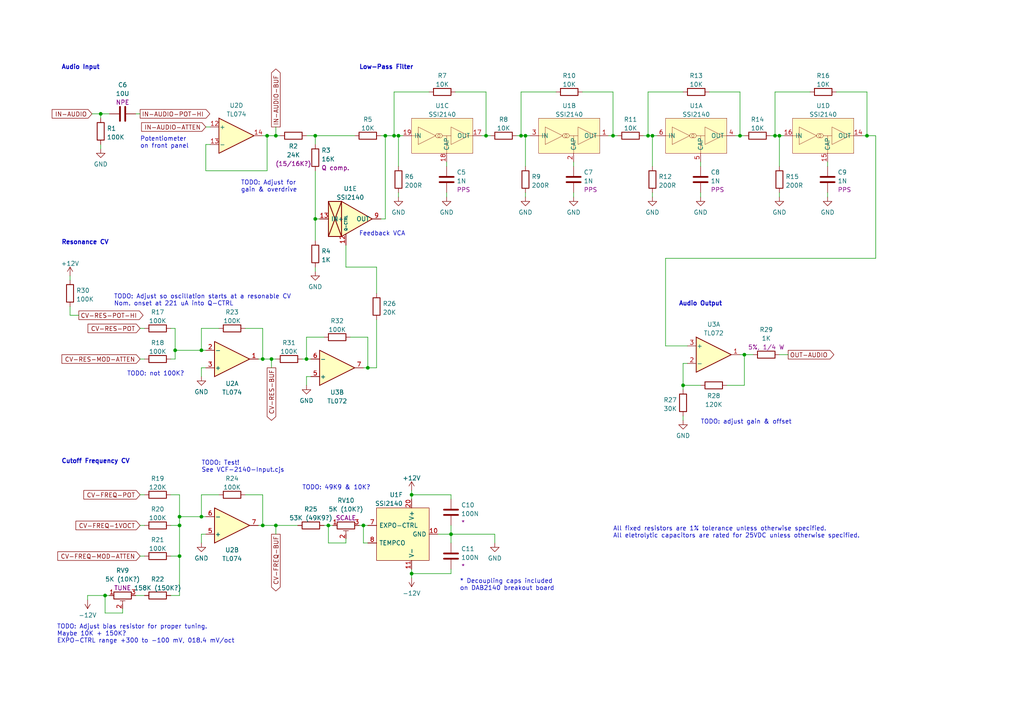
<source format=kicad_sch>
(kicad_sch (version 20211123) (generator eeschema)
  (paper "A4")
  (title_block (title "Eurorack 4-Pole Filter") (date "2022-02-21") (rev "1.0") (company "Len Popp") (comment 1 "Copyright © 2022 Len Popp CC BY") (comment 2 "SSI2140 lowpass VCF module - Eurorack 10HP"))
  (lib_symbols
    (symbol "-lmp-opamp:TL072" (pin_names (offset 0.127))
      (property "Reference" "U" (at 0 5.08 0))
      (property "Value" "TL072" (at 0 -5.08 0))
      (symbol "TL072_1_1"
        (pin output line (at 7.62 0 180) (length 2.54) (name "~") (number "1"))
        (pin input line (at -7.62 -2.54 0) (length 2.54) (name "-") (number "2"))
        (pin input line (at -7.62 2.54 0) (length 2.54) (name "+") (number "3"))
      )
      (symbol "TL072_2_1"
        (pin input line (at -7.62 2.54 0) (length 2.54) (name "+") (number "5"))
        (pin input line (at -7.62 -2.54 0) (length 2.54) (name "-") (number "6"))
        (pin output line (at 7.62 0 180) (length 2.54) (name "~") (number "7"))
      )
      (symbol "TL072_3_1"
        (pin power_in line (at -2.54 -7.62 90) (length 3.81) (name "V-") (number "4"))
        (pin power_in line (at -2.54 7.62 270) (length 3.81) (name "V+") (number "8"))
      )
    )
    (symbol "-lmp-opamp:TL074" (pin_names (offset 0.127))
      (property "Reference" "U" (at 0 5.08 0))
      (property "Value" "TL074" (at 0 -5.08 0))
      (symbol "TL074_1_1"
        (pin output line (at 7.62 0 180) (length 2.54) (name "~") (number "1"))
        (pin input line (at -7.62 -2.54 0) (length 2.54) (name "-") (number "2"))
        (pin input line (at -7.62 2.54 0) (length 2.54) (name "+") (number "3"))
      )
      (symbol "TL074_2_1"
        (pin input line (at -7.62 2.54 0) (length 2.54) (name "+") (number "5"))
        (pin input line (at -7.62 -2.54 0) (length 2.54) (name "-") (number "6"))
        (pin output line (at 7.62 0 180) (length 2.54) (name "~") (number "7"))
      )
      (symbol "TL074_3_1"
        (pin input line (at -7.62 2.54 0) (length 2.54) (name "+") (number "10"))
        (pin output line (at 7.62 0 180) (length 2.54) (name "~") (number "8"))
        (pin input line (at -7.62 -2.54 0) (length 2.54) (name "-") (number "9"))
      )
      (symbol "TL074_4_1"
        (pin input line (at -7.62 2.54 0) (length 2.54) (name "+") (number "12"))
        (pin input line (at -7.62 -2.54 0) (length 2.54) (name "-") (number "13"))
        (pin output line (at 7.62 0 180) (length 2.54) (name "~") (number "14"))
      )
      (symbol "TL074_5_1"
        (pin power_in line (at -2.54 -7.62 90) (length 3.81) (name "V-") (number "11"))
        (pin power_in line (at -2.54 7.62 270) (length 3.81) (name "V+") (number "4"))
      )
    )
    (symbol "-lmp-power:+12V" (power) (pin_names (offset 0))
      (property "Value" "+12V" (at 0 3.556 0))
      (symbol "+12V_1_1"
        (pin power_in line (at 0 0 90) (length 0) hide (name "+12V") (number "1"))
      )
    )
    (symbol "-lmp-power:-12V" (power) (pin_names (offset 0))
      (property "Value" "-12V" (at 0 -3.556 0))
      (symbol "-12V_1_1"
        (pin power_in line (at 0 0 270) (length 0) hide (name "-12V") (number "1"))
      )
    )
    (symbol "-lmp-power:GND" (power) (pin_names (offset 0))
      (property "Value" "GND" (at 0 -3.81 0))
      (symbol "GND_1_1"
        (pin power_in line (at 0 0 270) (length 0) hide (name "GND") (number "1"))
      )
    )
    (symbol "-lmp-synth:CNP_10U" (pin_numbers hide) (pin_names (offset 0.254))
      (property "Reference" "C" (at 0.635 2.54 0))
      (property "Value" "CNP_10U" (at 0.635 -2.54 0))
      (property "Value2" "NPE" (at 0 0 0))
      (symbol "CNP_10U_1_1"
        (pin passive line (at 0 3.81 270) (length 2.794) (name "~") (number "1"))
        (pin passive line (at 0 -3.81 90) (length 2.794) (name "~") (number "2"))
      )
    )
    (symbol "-lmp-synth:R_1K_Output" (pin_numbers hide) (pin_names (offset 0))
      (property "Reference" "R" (at -2.286 0 90))
      (property "Value" "R_1K_Output" (at 2.413 0 90))
      (property "Value2" "5%, 1/4 W" (at 4.445 0 90))
      (symbol "R_1K_Output_1_1"
        (pin passive line (at 0 3.81 270) (length 1.27) (name "~") (number "1"))
        (pin passive line (at 0 -3.81 90) (length 1.27) (name "~") (number "2"))
      )
    )
    (symbol "-lmp-synth:R_POT_TRIM_PCB_Vert_Bourns" (pin_names (offset 1.016) hide)
      (property "Reference" "RV" (at -6.858 0 90))
      (property "Value" "R_POT_TRIM_PCB_Vert_Bourns" (at -4.953 0 90))
      (property "Label" "[label]" (at -2.921 0 90))
      (symbol "R_POT_TRIM_PCB_Vert_Bourns_1_1"
        (pin passive line (at 0 3.81 270) (length 1.27) (name "1") (number "1"))
        (pin passive line (at 3.81 0 180) (length 1.27) (name "2") (number "2"))
        (pin passive line (at 0 -3.81 90) (length 1.27) (name "3") (number "3"))
      )
    )
    (symbol "-lmp-synth:SSI2140" (pin_names (offset 0.762))
      (property "Reference" "U" (at 2.54 9.525 0))
      (property "Value" "SSI2140" (at 2.54 6.985 0))
      (symbol "SSI2140_1_1"
        (pin output line (at 12.7 0 180) (length 2.54) (name "OUT") (number "4"))
        (pin passive line (at 2.54 -7.62 90) (length 2.54) (name "CAP") (number "5"))
        (pin input line (at -10.16 0 0) (length 2.54) (name "IN") (number "6"))
      )
      (symbol "SSI2140_2_1"
        (pin output line (at 12.7 0 180) (length 2.54) (name "OUT") (number "1"))
        (pin passive line (at 2.54 -7.62 90) (length 2.54) (name "CAP") (number "2"))
        (pin input line (at -10.16 0 0) (length 2.54) (name "IN") (number "3"))
      )
      (symbol "SSI2140_3_1"
        (pin output line (at 12.7 0 180) (length 2.54) (name "OUT") (number "17"))
        (pin passive line (at 2.54 -7.62 90) (length 2.54) (name "CAP") (number "18"))
        (pin input line (at -10.16 0 0) (length 2.54) (name "IN") (number "19"))
      )
      (symbol "SSI2140_4_1"
        (pin output line (at 12.7 0 180) (length 2.54) (name "OUT") (number "14"))
        (pin passive line (at 2.54 -7.62 90) (length 2.54) (name "CAP") (number "15"))
        (pin input line (at -10.16 0 0) (length 2.54) (name "IN") (number "16"))
      )
      (symbol "SSI2140_5_1"
        (pin input line (at 0 -7.62 90) (length 3.302) (name "Q-CTRL") (number "12"))
        (pin input line (at -7.62 0 0) (length 2.54) (name "IN+") (number "13"))
        (pin output line (at 10.16 0 180) (length 2.54) (name "OUT") (number "9"))
      )
      (symbol "SSI2140_6_1"
        (pin power_in line (at 12.7 -2.54 180) (length 2.54) (name "GND") (number "10"))
        (pin power_in line (at 5.08 -12.7 90) (length 2.54) (name "V-") (number "11"))
        (pin power_in line (at 5.08 7.62 270) (length 2.54) (name "V+") (number "20"))
        (pin input line (at -7.62 0 0) (length 2.54) (name "EXPO-CTRL") (number "7"))
        (pin input line (at -7.62 -5.08 0) (length 2.54) (name "TEMPCO") (number "8"))
      )
    )
    (symbol "-lmp:CC_100N" (pin_numbers hide) (pin_names (offset 0.254))
      (property "Reference" "C" (at 0.635 2.54 0))
      (property "Value" "CC_100N" (at 0.635 -2.54 0))
      (symbol "CC_100N_1_1"
        (pin passive line (at 0 3.81 270) (length 2.794) (name "~") (number "1"))
        (pin passive line (at 0 -3.81 90) (length 2.794) (name "~") (number "2"))
      )
    )
    (symbol "-lmp:CF" (pin_numbers hide) (pin_names (offset 0.254))
      (property "Reference" "C" (at 0.635 2.54 0))
      (property "Value" "CF" (at 0.635 -2.54 0))
      (symbol "CF_1_1"
        (pin passive line (at 0 3.81 270) (length 2.794) (name "~") (number "1"))
        (pin passive line (at 0 -3.81 90) (length 2.794) (name "~") (number "2"))
      )
    )
    (symbol "-lmp:R_1%_0W166" (pin_numbers hide) (pin_names (offset 0))
      (property "Reference" "R" (at -2.286 0 90))
      (property "Value" "R_1%_0W166" (at 2.413 0 90))
      (symbol "R_1%_0W166_1_1"
        (pin passive line (at 0 3.81 270) (length 1.27) (name "~") (number "1"))
        (pin passive line (at 0 -3.81 90) (length 1.27) (name "~") (number "2"))
      )
    )
    (symbol "SSI2140_1" (pin_names (offset 0.762))
      (property "Reference" "U" (at 2.54 9.525 0))
      (property "Value" "SSI2140_1" (at 2.54 6.985 0))
      (symbol "SSI2140_1_1_1"
        (pin output line (at 12.7 0 180) (length 2.54) (name "OUT") (number "4"))
        (pin passive line (at 2.54 -7.62 90) (length 2.54) (name "CAP") (number "5"))
        (pin input line (at -10.16 0 0) (length 2.54) (name "IN") (number "6"))
      )
      (symbol "SSI2140_1_2_1"
        (pin output line (at 12.7 0 180) (length 2.54) (name "OUT") (number "1"))
        (pin passive line (at 2.54 -7.62 90) (length 2.54) (name "CAP") (number "2"))
        (pin input line (at -10.16 0 0) (length 2.54) (name "IN") (number "3"))
      )
      (symbol "SSI2140_1_3_1"
        (pin output line (at 12.7 0 180) (length 2.54) (name "OUT") (number "17"))
        (pin passive line (at 2.54 -7.62 90) (length 2.54) (name "CAP") (number "18"))
        (pin input line (at -10.16 0 0) (length 2.54) (name "IN") (number "19"))
      )
      (symbol "SSI2140_1_4_1"
        (pin output line (at 12.7 0 180) (length 2.54) (name "OUT") (number "14"))
        (pin passive line (at 2.54 -7.62 90) (length 2.54) (name "CAP") (number "15"))
        (pin input line (at -10.16 0 0) (length 2.54) (name "IN") (number "16"))
      )
      (symbol "SSI2140_1_5_1"
        (pin input line (at 0 -7.62 90) (length 3.302) (name "Q-CTRL") (number "12"))
        (pin input line (at -7.62 0 0) (length 2.54) (name "IN+") (number "13"))
        (pin output line (at 10.16 0 180) (length 2.54) (name "OUT") (number "9"))
      )
      (symbol "SSI2140_1_6_1"
        (pin power_in line (at 12.7 -2.54 180) (length 2.54) (name "GND") (number "10"))
        (pin power_in line (at 5.08 -12.7 90) (length 2.54) (name "V-") (number "11"))
        (pin power_in line (at 5.08 7.62 270) (length 2.54) (name "V+") (number "20"))
        (pin input line (at -7.62 0 0) (length 2.54) (name "EXPO-CTRL") (number "7"))
        (pin input line (at -7.62 -5.08 0) (length 2.54) (name "TEMPCO") (number "8"))
      )
    )
    (symbol "SSI2140_2" (pin_names (offset 0.762))
      (property "Reference" "U" (at 2.54 9.525 0))
      (property "Value" "SSI2140_2" (at 2.54 6.985 0))
      (symbol "SSI2140_2_1_1"
        (pin output line (at 12.7 0 180) (length 2.54) (name "OUT") (number "4"))
        (pin passive line (at 2.54 -7.62 90) (length 2.54) (name "CAP") (number "5"))
        (pin input line (at -10.16 0 0) (length 2.54) (name "IN") (number "6"))
      )
      (symbol "SSI2140_2_2_1"
        (pin output line (at 12.7 0 180) (length 2.54) (name "OUT") (number "1"))
        (pin passive line (at 2.54 -7.62 90) (length 2.54) (name "CAP") (number "2"))
        (pin input line (at -10.16 0 0) (length 2.54) (name "IN") (number "3"))
      )
      (symbol "SSI2140_2_3_1"
        (pin output line (at 12.7 0 180) (length 2.54) (name "OUT") (number "17"))
        (pin passive line (at 2.54 -7.62 90) (length 2.54) (name "CAP") (number "18"))
        (pin input line (at -10.16 0 0) (length 2.54) (name "IN") (number "19"))
      )
      (symbol "SSI2140_2_4_1"
        (pin output line (at 12.7 0 180) (length 2.54) (name "OUT") (number "14"))
        (pin passive line (at 2.54 -7.62 90) (length 2.54) (name "CAP") (number "15"))
        (pin input line (at -10.16 0 0) (length 2.54) (name "IN") (number "16"))
      )
      (symbol "SSI2140_2_5_1"
        (pin input line (at 0 -7.62 90) (length 3.302) (name "Q-CTRL") (number "12"))
        (pin input line (at -7.62 0 0) (length 2.54) (name "IN+") (number "13"))
        (pin output line (at 10.16 0 180) (length 2.54) (name "OUT") (number "9"))
      )
      (symbol "SSI2140_2_6_1"
        (pin power_in line (at 12.7 -2.54 180) (length 2.54) (name "GND") (number "10"))
        (pin power_in line (at 5.08 -12.7 90) (length 2.54) (name "V-") (number "11"))
        (pin power_in line (at 5.08 7.62 270) (length 2.54) (name "V+") (number "20"))
        (pin input line (at -7.62 0 0) (length 2.54) (name "EXPO-CTRL") (number "7"))
        (pin input line (at -7.62 -5.08 0) (length 2.54) (name "TEMPCO") (number "8"))
      )
    )
    (symbol "SSI2140_3" (pin_names (offset 0.762))
      (property "Reference" "U" (at 2.54 9.525 0))
      (property "Value" "SSI2140_3" (at 2.54 6.985 0))
      (symbol "SSI2140_3_1_1"
        (pin output line (at 12.7 0 180) (length 2.54) (name "OUT") (number "4"))
        (pin passive line (at 2.54 -7.62 90) (length 2.54) (name "CAP") (number "5"))
        (pin input line (at -10.16 0 0) (length 2.54) (name "IN") (number "6"))
      )
      (symbol "SSI2140_3_2_1"
        (pin output line (at 12.7 0 180) (length 2.54) (name "OUT") (number "1"))
        (pin passive line (at 2.54 -7.62 90) (length 2.54) (name "CAP") (number "2"))
        (pin input line (at -10.16 0 0) (length 2.54) (name "IN") (number "3"))
      )
      (symbol "SSI2140_3_3_1"
        (pin output line (at 12.7 0 180) (length 2.54) (name "OUT") (number "17"))
        (pin passive line (at 2.54 -7.62 90) (length 2.54) (name "CAP") (number "18"))
        (pin input line (at -10.16 0 0) (length 2.54) (name "IN") (number "19"))
      )
      (symbol "SSI2140_3_4_1"
        (pin output line (at 12.7 0 180) (length 2.54) (name "OUT") (number "14"))
        (pin passive line (at 2.54 -7.62 90) (length 2.54) (name "CAP") (number "15"))
        (pin input line (at -10.16 0 0) (length 2.54) (name "IN") (number "16"))
      )
      (symbol "SSI2140_3_5_1"
        (pin input line (at 0 -7.62 90) (length 3.302) (name "Q-CTRL") (number "12"))
        (pin input line (at -7.62 0 0) (length 2.54) (name "IN+") (number "13"))
        (pin output line (at 10.16 0 180) (length 2.54) (name "OUT") (number "9"))
      )
      (symbol "SSI2140_3_6_1"
        (pin power_in line (at 12.7 -2.54 180) (length 2.54) (name "GND") (number "10"))
        (pin power_in line (at 5.08 -12.7 90) (length 2.54) (name "V-") (number "11"))
        (pin power_in line (at 5.08 7.62 270) (length 2.54) (name "V+") (number "20"))
        (pin input line (at -7.62 0 0) (length 2.54) (name "EXPO-CTRL") (number "7"))
        (pin input line (at -7.62 -5.08 0) (length 2.54) (name "TEMPCO") (number "8"))
      )
    )
    (symbol "SSI2140_4" (pin_names (offset 0.762))
      (property "Reference" "U" (at 2.54 9.525 0))
      (property "Value" "SSI2140_4" (at 2.54 6.985 0))
      (symbol "SSI2140_4_1_1"
        (pin output line (at 12.7 0 180) (length 2.54) (name "OUT") (number "4"))
        (pin passive line (at 2.54 -7.62 90) (length 2.54) (name "CAP") (number "5"))
        (pin input line (at -10.16 0 0) (length 2.54) (name "IN") (number "6"))
      )
      (symbol "SSI2140_4_2_1"
        (pin output line (at 12.7 0 180) (length 2.54) (name "OUT") (number "1"))
        (pin passive line (at 2.54 -7.62 90) (length 2.54) (name "CAP") (number "2"))
        (pin input line (at -10.16 0 0) (length 2.54) (name "IN") (number "3"))
      )
      (symbol "SSI2140_4_3_1"
        (pin output line (at 12.7 0 180) (length 2.54) (name "OUT") (number "17"))
        (pin passive line (at 2.54 -7.62 90) (length 2.54) (name "CAP") (number "18"))
        (pin input line (at -10.16 0 0) (length 2.54) (name "IN") (number "19"))
      )
      (symbol "SSI2140_4_4_1"
        (pin output line (at 12.7 0 180) (length 2.54) (name "OUT") (number "14"))
        (pin passive line (at 2.54 -7.62 90) (length 2.54) (name "CAP") (number "15"))
        (pin input line (at -10.16 0 0) (length 2.54) (name "IN") (number "16"))
      )
      (symbol "SSI2140_4_5_1"
        (pin input line (at 0 -7.62 90) (length 3.302) (name "Q-CTRL") (number "12"))
        (pin input line (at -7.62 0 0) (length 2.54) (name "IN+") (number "13"))
        (pin output line (at 10.16 0 180) (length 2.54) (name "OUT") (number "9"))
      )
      (symbol "SSI2140_4_6_1"
        (pin power_in line (at 12.7 -2.54 180) (length 2.54) (name "GND") (number "10"))
        (pin power_in line (at 5.08 -12.7 90) (length 2.54) (name "V-") (number "11"))
        (pin power_in line (at 5.08 7.62 270) (length 2.54) (name "V+") (number "20"))
        (pin input line (at -7.62 0 0) (length 2.54) (name "EXPO-CTRL") (number "7"))
        (pin input line (at -7.62 -5.08 0) (length 2.54) (name "TEMPCO") (number "8"))
      )
    )
    (symbol "SSI2140_5" (pin_names (offset 0.762))
      (property "Reference" "U" (at 2.54 9.525 0))
      (property "Value" "SSI2140_5" (at 2.54 6.985 0))
      (symbol "SSI2140_5_1_1"
        (pin output line (at 12.7 0 180) (length 2.54) (name "OUT") (number "4"))
        (pin passive line (at 2.54 -7.62 90) (length 2.54) (name "CAP") (number "5"))
        (pin input line (at -10.16 0 0) (length 2.54) (name "IN") (number "6"))
      )
      (symbol "SSI2140_5_2_1"
        (pin output line (at 12.7 0 180) (length 2.54) (name "OUT") (number "1"))
        (pin passive line (at 2.54 -7.62 90) (length 2.54) (name "CAP") (number "2"))
        (pin input line (at -10.16 0 0) (length 2.54) (name "IN") (number "3"))
      )
      (symbol "SSI2140_5_3_1"
        (pin output line (at 12.7 0 180) (length 2.54) (name "OUT") (number "17"))
        (pin passive line (at 2.54 -7.62 90) (length 2.54) (name "CAP") (number "18"))
        (pin input line (at -10.16 0 0) (length 2.54) (name "IN") (number "19"))
      )
      (symbol "SSI2140_5_4_1"
        (pin output line (at 12.7 0 180) (length 2.54) (name "OUT") (number "14"))
        (pin passive line (at 2.54 -7.62 90) (length 2.54) (name "CAP") (number "15"))
        (pin input line (at -10.16 0 0) (length 2.54) (name "IN") (number "16"))
      )
      (symbol "SSI2140_5_5_1"
        (pin input line (at 0 -7.62 90) (length 3.302) (name "Q-CTRL") (number "12"))
        (pin input line (at -7.62 0 0) (length 2.54) (name "IN+") (number "13"))
        (pin output line (at 10.16 0 180) (length 2.54) (name "OUT") (number "9"))
      )
      (symbol "SSI2140_5_6_1"
        (pin power_in line (at 12.7 -2.54 180) (length 2.54) (name "GND") (number "10"))
        (pin power_in line (at 5.08 -12.7 90) (length 2.54) (name "V-") (number "11"))
        (pin power_in line (at 5.08 7.62 270) (length 2.54) (name "V+") (number "20"))
        (pin input line (at -7.62 0 0) (length 2.54) (name "EXPO-CTRL") (number "7"))
        (pin input line (at -7.62 -5.08 0) (length 2.54) (name "TEMPCO") (number "8"))
      )
    )
  )
  (junction (at 119.38 166.37))
  (junction (at 189.23 39.37))
  (junction (at 251.46 39.37))
  (junction (at 226.06 39.37))
  (junction (at 111.76 39.37))
  (junction (at 115.57 39.37))
  (junction (at 29.21 33.02))
  (junction (at 152.4 39.37))
  (junction (at 80.01 39.37))
  (junction (at 91.44 63.5))
  (junction (at 52.07 152.4))
  (junction (at 224.79 39.37))
  (junction (at 30.48 172.72))
  (junction (at 151.13 39.37))
  (junction (at 76.2 104.14))
  (junction (at 91.44 39.37))
  (junction (at 52.07 149.86))
  (junction (at 77.47 39.37))
  (junction (at 58.42 149.86))
  (junction (at 105.41 152.4))
  (junction (at 76.2 152.4))
  (junction (at 214.63 39.37))
  (junction (at 106.68 106.68))
  (junction (at 177.8 39.37))
  (junction (at 187.96 39.37))
  (junction (at 95.25 152.4))
  (junction (at 88.9 104.14))
  (junction (at 215.9 102.87))
  (junction (at 80.01 152.4))
  (junction (at 50.8 101.6))
  (junction (at 140.97 39.37))
  (junction (at 52.07 161.29))
  (junction (at 198.12 111.76))
  (junction (at 58.42 101.6))
  (junction (at 130.81 154.94))
  (junction (at 119.38 143.51))
  (junction (at 114.3 39.37))
  (junction (at 78.74 104.14))
  (wire (pts (xy 189.23 55.88) (xy 189.23 57.15)))
  (wire (pts (xy 152.4 55.88) (xy 152.4 57.15)))
  (wire (pts (xy 58.42 101.6) (xy 59.69 101.6)))
  (wire (pts (xy 110.49 63.5) (xy 111.76 63.5)))
  (wire (pts (xy 119.38 143.51) (xy 119.38 144.78)))
  (wire (pts (xy 76.2 104.14) (xy 76.2 95.25)))
  (wire (pts (xy 240.03 55.88) (xy 240.03 57.15)))
  (wire (pts (xy 242.57 26.67) (xy 251.46 26.67)))
  (wire (pts (xy 76.2 152.4) (xy 76.2 143.51)))
  (wire (pts (xy 88.9 97.79) (xy 88.9 104.14)))
  (wire (pts (xy 77.47 49.53) (xy 59.69 49.53)))
  (wire (pts (xy 203.2 46.99) (xy 203.2 48.26)))
  (wire (pts (xy 177.8 39.37) (xy 179.07 39.37)))
  (wire (pts (xy 63.5 95.25) (xy 58.42 95.25)))
  (wire (pts (xy 50.8 101.6) (xy 58.42 101.6)))
  (wire (pts (xy 176.53 39.37) (xy 177.8 39.37)))
  (wire (pts (xy 152.4 39.37) (xy 152.4 48.26)))
  (wire (pts (xy 91.44 39.37) (xy 91.44 41.91)))
  (wire (pts (xy 76.2 95.25) (xy 71.12 95.25)))
  (wire (pts (xy 77.47 39.37) (xy 77.47 49.53)))
  (wire (pts (xy 105.41 106.68) (xy 106.68 106.68)))
  (wire (pts (xy 189.23 39.37) (xy 189.23 48.26)))
  (wire (pts (xy 109.22 106.68) (xy 109.22 92.71)))
  (wire (pts (xy 39.37 172.72) (xy 41.91 172.72)))
  (wire (pts (xy 80.01 152.4) (xy 80.01 154.94)))
  (wire (pts (xy 93.98 152.4) (xy 95.25 152.4)))
  (wire (pts (xy 91.44 63.5) (xy 92.71 63.5)))
  (wire (pts (xy 223.52 39.37) (xy 224.79 39.37)))
  (wire (pts (xy 177.8 26.67) (xy 177.8 39.37)))
  (wire (pts (xy 119.38 142.24) (xy 119.38 143.51)))
  (wire (pts (xy 152.4 39.37) (xy 153.67 39.37)))
  (wire (pts (xy 198.12 120.65) (xy 198.12 121.92)))
  (wire (pts (xy 214.63 39.37) (xy 215.9 39.37)))
  (wire (pts (xy 59.69 106.68) (xy 58.42 106.68)))
  (wire (pts (xy 130.81 166.37) (xy 130.81 165.1)))
  (wire (pts (xy 114.3 39.37) (xy 115.57 39.37)))
  (wire (pts (xy 187.96 39.37) (xy 187.96 26.67)))
  (wire (pts (xy 91.44 39.37) (xy 102.87 39.37)))
  (wire (pts (xy 78.74 104.14) (xy 78.74 106.68)))
  (wire (pts (xy 119.38 166.37) (xy 130.81 166.37)))
  (wire (pts (xy 110.49 39.37) (xy 111.76 39.37)))
  (wire (pts (xy 52.07 143.51) (xy 52.07 149.86)))
  (wire (pts (xy 59.69 154.94) (xy 58.42 154.94)))
  (wire (pts (xy 40.64 161.29) (xy 41.91 161.29)))
  (wire (pts (xy 40.64 143.51) (xy 41.91 143.51)))
  (wire (pts (xy 59.69 36.83) (xy 60.96 36.83)))
  (wire (pts (xy 91.44 49.53) (xy 91.44 63.5)))
  (wire (pts (xy 52.07 152.4) (xy 52.07 161.29)))
  (wire (pts (xy 76.2 152.4) (xy 80.01 152.4)))
  (wire (pts (xy 240.03 46.99) (xy 240.03 48.26)))
  (wire (pts (xy 49.53 143.51) (xy 52.07 143.51)))
  (wire (pts (xy 193.04 74.93) (xy 193.04 100.33)))
  (wire (pts (xy 111.76 39.37) (xy 114.3 39.37)))
  (wire (pts (xy 29.21 33.02) (xy 31.75 33.02)))
  (wire (pts (xy 139.7 39.37) (xy 140.97 39.37)))
  (wire (pts (xy 52.07 149.86) (xy 58.42 149.86)))
  (wire (pts (xy 30.48 172.72) (xy 30.48 177.8)))
  (wire (pts (xy 100.33 157.48) (xy 95.25 157.48)))
  (wire (pts (xy 166.37 55.88) (xy 166.37 57.15)))
  (wire (pts (xy 40.64 104.14) (xy 41.91 104.14)))
  (wire (pts (xy 140.97 39.37) (xy 142.24 39.37)))
  (wire (pts (xy 25.4 172.72) (xy 30.48 172.72)))
  (wire (pts (xy 50.8 95.25) (xy 49.53 95.25)))
  (wire (pts (xy 80.01 36.83) (xy 80.01 39.37)))
  (wire (pts (xy 109.22 77.47) (xy 109.22 85.09)))
  (wire (pts (xy 58.42 154.94) (xy 58.42 157.48)))
  (wire (pts (xy 205.74 26.67) (xy 214.63 26.67)))
  (wire (pts (xy 149.86 39.37) (xy 151.13 39.37)))
  (wire (pts (xy 198.12 111.76) (xy 198.12 113.03)))
  (wire (pts (xy 95.25 152.4) (xy 96.52 152.4)))
  (wire (pts (xy 130.81 152.4) (xy 130.81 154.94)))
  (wire (pts (xy 87.63 104.14) (xy 88.9 104.14)))
  (wire (pts (xy 198.12 111.76) (xy 203.2 111.76)))
  (wire (pts (xy 91.44 77.47) (xy 91.44 78.74)))
  (wire (pts (xy 76.2 39.37) (xy 77.47 39.37)))
  (wire (pts (xy 58.42 106.68) (xy 58.42 109.22)))
  (wire (pts (xy 129.54 46.99) (xy 129.54 48.26)))
  (wire (pts (xy 187.96 26.67) (xy 198.12 26.67)))
  (wire (pts (xy 95.25 152.4) (xy 95.25 157.48)))
  (wire (pts (xy 41.91 95.25) (xy 40.64 95.25)))
  (wire (pts (xy 250.19 39.37) (xy 251.46 39.37)))
  (wire (pts (xy 254 39.37) (xy 254 74.93)))
  (wire (pts (xy 187.96 39.37) (xy 189.23 39.37)))
  (wire (pts (xy 52.07 149.86) (xy 52.07 152.4)))
  (wire (pts (xy 119.38 143.51) (xy 130.81 143.51)))
  (wire (pts (xy 49.53 161.29) (xy 52.07 161.29)))
  (wire (pts (xy 29.21 33.02) (xy 29.21 34.29)))
  (wire (pts (xy 35.56 176.53) (xy 35.56 177.8)))
  (wire (pts (xy 168.91 26.67) (xy 177.8 26.67)))
  (wire (pts (xy 226.06 39.37) (xy 227.33 39.37)))
  (wire (pts (xy 58.42 149.86) (xy 59.69 149.86)))
  (wire (pts (xy 104.14 152.4) (xy 105.41 152.4)))
  (wire (pts (xy 226.06 55.88) (xy 226.06 57.15)))
  (wire (pts (xy 50.8 104.14) (xy 50.8 101.6)))
  (wire (pts (xy 132.08 26.67) (xy 140.97 26.67)))
  (wire (pts (xy 130.81 143.51) (xy 130.81 144.78)))
  (wire (pts (xy 93.98 97.79) (xy 88.9 97.79)))
  (wire (pts (xy 29.21 41.91) (xy 29.21 43.18)))
  (wire (pts (xy 214.63 102.87) (xy 215.9 102.87)))
  (wire (pts (xy 214.63 26.67) (xy 214.63 39.37)))
  (wire (pts (xy 78.74 104.14) (xy 80.01 104.14)))
  (wire (pts (xy 251.46 26.67) (xy 251.46 39.37)))
  (wire (pts (xy 224.79 39.37) (xy 226.06 39.37)))
  (wire (pts (xy 189.23 39.37) (xy 190.5 39.37)))
  (wire (pts (xy 100.33 77.47) (xy 109.22 77.47)))
  (wire (pts (xy 76.2 143.51) (xy 71.12 143.51)))
  (wire (pts (xy 35.56 177.8) (xy 30.48 177.8)))
  (wire (pts (xy 215.9 102.87) (xy 218.44 102.87)))
  (wire (pts (xy 106.68 97.79) (xy 101.6 97.79)))
  (wire (pts (xy 130.81 154.94) (xy 130.81 157.48)))
  (wire (pts (xy 40.64 152.4) (xy 41.91 152.4)))
  (wire (pts (xy 129.54 55.88) (xy 129.54 57.15)))
  (wire (pts (xy 151.13 39.37) (xy 151.13 26.67)))
  (wire (pts (xy 91.44 63.5) (xy 91.44 69.85)))
  (wire (pts (xy 88.9 104.14) (xy 90.17 104.14)))
  (wire (pts (xy 49.53 152.4) (xy 52.07 152.4)))
  (wire (pts (xy 198.12 105.41) (xy 199.39 105.41)))
  (wire (pts (xy 58.42 143.51) (xy 58.42 149.86)))
  (wire (pts (xy 226.06 102.87) (xy 228.6 102.87)))
  (wire (pts (xy 115.57 39.37) (xy 115.57 48.26)))
  (wire (pts (xy 20.32 88.9) (xy 20.32 91.44)))
  (wire (pts (xy 49.53 104.14) (xy 50.8 104.14)))
  (wire (pts (xy 186.69 39.37) (xy 187.96 39.37)))
  (wire (pts (xy 50.8 101.6) (xy 50.8 95.25)))
  (wire (pts (xy 39.37 33.02) (xy 40.64 33.02)))
  (wire (pts (xy 25.4 173.99) (xy 25.4 172.72)))
  (wire (pts (xy 106.68 106.68) (xy 106.68 97.79)))
  (wire (pts (xy 106.68 106.68) (xy 109.22 106.68)))
  (wire (pts (xy 215.9 102.87) (xy 215.9 111.76)))
  (wire (pts (xy 224.79 39.37) (xy 224.79 26.67)))
  (wire (pts (xy 251.46 39.37) (xy 254 39.37)))
  (wire (pts (xy 100.33 71.12) (xy 100.33 77.47)))
  (wire (pts (xy 80.01 152.4) (xy 86.36 152.4)))
  (wire (pts (xy 106.68 152.4) (xy 105.41 152.4)))
  (wire (pts (xy 166.37 46.99) (xy 166.37 48.26)))
  (wire (pts (xy 114.3 26.67) (xy 124.46 26.67)))
  (wire (pts (xy 105.41 152.4) (xy 105.41 157.48)))
  (wire (pts (xy 58.42 95.25) (xy 58.42 101.6)))
  (wire (pts (xy 80.01 39.37) (xy 81.28 39.37)))
  (wire (pts (xy 143.51 157.48) (xy 143.51 154.94)))
  (wire (pts (xy 143.51 154.94) (xy 130.81 154.94)))
  (wire (pts (xy 193.04 74.93) (xy 254 74.93)))
  (wire (pts (xy 226.06 39.37) (xy 226.06 48.26)))
  (wire (pts (xy 193.04 100.33) (xy 199.39 100.33)))
  (wire (pts (xy 20.32 80.01) (xy 20.32 81.28)))
  (wire (pts (xy 63.5 143.51) (xy 58.42 143.51)))
  (wire (pts (xy 74.93 152.4) (xy 76.2 152.4)))
  (wire (pts (xy 127 154.94) (xy 130.81 154.94)))
  (wire (pts (xy 224.79 26.67) (xy 234.95 26.67)))
  (wire (pts (xy 74.93 104.14) (xy 76.2 104.14)))
  (wire (pts (xy 59.69 49.53) (xy 59.69 41.91)))
  (wire (pts (xy 105.41 157.48) (xy 106.68 157.48)))
  (wire (pts (xy 151.13 26.67) (xy 161.29 26.67)))
  (wire (pts (xy 151.13 39.37) (xy 152.4 39.37)))
  (wire (pts (xy 114.3 39.37) (xy 114.3 26.67)))
  (wire (pts (xy 88.9 109.22) (xy 88.9 111.76)))
  (wire (pts (xy 26.67 33.02) (xy 29.21 33.02)))
  (wire (pts (xy 20.32 91.44) (xy 22.86 91.44)))
  (wire (pts (xy 49.53 172.72) (xy 52.07 172.72)))
  (wire (pts (xy 30.48 172.72) (xy 31.75 172.72)))
  (wire (pts (xy 100.33 156.21) (xy 100.33 157.48)))
  (wire (pts (xy 203.2 55.88) (xy 203.2 57.15)))
  (wire (pts (xy 119.38 165.1) (xy 119.38 166.37)))
  (wire (pts (xy 111.76 39.37) (xy 111.76 63.5)))
  (wire (pts (xy 88.9 39.37) (xy 91.44 39.37)))
  (wire (pts (xy 52.07 161.29) (xy 52.07 172.72)))
  (wire (pts (xy 59.69 41.91) (xy 60.96 41.91)))
  (wire (pts (xy 77.47 39.37) (xy 80.01 39.37)))
  (wire (pts (xy 210.82 111.76) (xy 215.9 111.76)))
  (wire (pts (xy 90.17 109.22) (xy 88.9 109.22)))
  (wire (pts (xy 76.2 104.14) (xy 78.74 104.14)))
  (wire (pts (xy 115.57 55.88) (xy 115.57 57.15)))
  (wire (pts (xy 140.97 26.67) (xy 140.97 39.37)))
  (wire (pts (xy 198.12 105.41) (xy 198.12 111.76)))
  (wire (pts (xy 115.57 39.37) (xy 116.84 39.37)))
  (wire (pts (xy 119.38 166.37) (xy 119.38 167.64)))
  (wire (pts (xy 213.36 39.37) (xy 214.63 39.37)))
  (text "Low-Pass Filter" (at 104.14 20.32 0) (effects (font (size 1.27 1.27) (thickness 0.254) bold) (justify left bottom)))
  (text "Cutoff Frequency CV" (at 17.78 134.62 0) (effects (font (size 1.27 1.27) (thickness 0.254) bold) (justify left bottom)))
  (text "All fixed resistors are 1% tolerance unless otherwise specified.\nAll eletrolytic capacitors are rated for 25VDC unless otherwise specified." (at 177.8 156.21 0) (effects (font (size 1.27 1.27)) (justify left bottom)))
  (text "Feedback VCA" (at 104.14 68.58 0) (effects (font (size 1.27 1.27)) (justify left bottom)))
  (text "TODO: not 100K?" (at 36.83 109.22 0) (effects (font (size 1.27 1.27)) (justify left bottom)))
  (text "TODO: 49K9 & 10K?" (at 87.63 142.24 0) (effects (font (size 1.27 1.27)) (justify left bottom)))
  (text "TODO: Adjust for \ngain & overdrive" (at 69.85 55.88 0) (effects (font (size 1.27 1.27)) (justify left bottom)))
  (text "TODO: Test!\nSee VCF-2140-Input.cjs" (at 58.42 137.16 0) (effects (font (size 1.27 1.27)) (justify left bottom)))
  (text "TODO: Adjust so oscillation starts at a resonable CV\nNom. onset at 221 uA into Q-CTRL" (at 33.02 88.9 0) (effects (font (size 1.27 1.27)) (justify left bottom)))
  (text "Resonance CV" (at 17.78 71.12 0) (effects (font (size 1.27 1.27) (thickness 0.254) bold) (justify left bottom)))
  (text "TODO: adjust gain & offset" (at 203.2 123.19 0) (effects (font (size 1.27 1.27)) (justify left bottom)))
  (text "TODO: Adjust bias resistor for proper tuning.\nMaybe 10K + 150K?\nEXPO-CTRL range +300 to -100 mV, 018.4 mV/oct" (at 16.51 186.69 0) (effects (font (size 1.27 1.27)) (justify left bottom)))
  (text "* Decoupling caps included \non DAB2140 breakout board" (at 133.35 171.45 0) (effects (font (size 1.27 1.27)) (justify left bottom)))
  (text "Audio Input" (at 17.78 20.32 0) (effects (font (size 1.27 1.27) (thickness 0.254) bold) (justify left bottom)))
  (text "Front Panel & Power" (at 304.8 21.59 0) (effects (font (size 2.54 2.54) (thickness 0.508) bold) (justify left bottom)))
  (text "Audio Output" (at 196.85 88.9 0) (effects (font (size 1.27 1.27) (thickness 0.254) bold) (justify left bottom)))
  (text "Potentiometer \non front panel" (at 40.64 43.18 0) (effects (font (size 1.27 1.27)) (justify left bottom)))
  (global_label "CV-RES-MOD-ATTEN" (shape input) (at 40.64 104.14 180) (property "Intersheet References" "${INTERSHEET_REFS}" (effects hide)))
  (global_label "IN-AUDIO-ATTEN" (shape input) (at 59.69 36.83 180) (property "Intersheet References" "${INTERSHEET_REFS}" (effects hide)))
  (global_label "IN-AUDIO" (shape input) (at 26.67 33.02 180) (property "Intersheet References" "${INTERSHEET_REFS}" (effects hide)))
  (global_label "OUT-AUDIO" (shape output) (at 228.6 102.87 0) (property "Intersheet References" "${INTERSHEET_REFS}" (effects hide)))
  (global_label "IN-AUDIO-BUF" (shape output) (at 80.01 36.83 90) (property "Intersheet References" "${INTERSHEET_REFS}" (effects hide)))
  (global_label "CV-FREQ-POT" (shape input) (at 40.64 143.51 180) (property "Intersheet References" "${INTERSHEET_REFS}" (effects hide)))
  (global_label "CV-FREQ-1VOCT" (shape input) (at 40.64 152.4 180) (property "Intersheet References" "${INTERSHEET_REFS}" (effects hide)))
  (global_label "CV-FREQ-BUF" (shape output) (at 80.01 154.94 270) (property "Intersheet References" "${INTERSHEET_REFS}" (effects hide)))
  (global_label "CV-RES-POT-HI" (shape output) (at 22.86 91.44 0) (property "Intersheet References" "${INTERSHEET_REFS}" (effects hide)))
  (global_label "CV-FREQ-MOD-ATTEN" (shape input) (at 40.64 161.29 180) (property "Intersheet References" "${INTERSHEET_REFS}" (effects hide)))
  (global_label "CV-RES-BUF" (shape output) (at 78.74 106.68 270) (property "Intersheet References" "${INTERSHEET_REFS}" (effects hide)))
  (global_label "IN-AUDIO-POT-HI" (shape output) (at 40.64 33.02 0) (property "Intersheet References" "${INTERSHEET_REFS}" (effects hide)))
  (global_label "CV-RES-POT" (shape input) (at 40.64 95.25 180) (property "Intersheet References" "${INTERSHEET_REFS}" (effects hide)))
  (symbol (lib_id "-lmp-power:GND") (at 91.44 78.74 0) (unit 1)
    (property "Reference" "#PWR0101" (effects hide))
    (property "Value" "GND" (at 91.44 83.1834 0))
  )
  (symbol (lib_id "-lmp:R_1%_0W166") (at 207.01 111.76 90) (unit 1)
    (property "Reference" "R28" (at 207.01 114.8064 90))
    (property "Value" "120K" (at 207.01 117.3433 90))
    (property "Footprint" "-lmp-misc:R_Axial_DIN0207_L6.3mm_D2.5mm_P7.62mm_Horizontal" (effects hide))
    (property "Datasheet" "https://www.mouser.ca/datasheet/2/447/Yageo_LR_MFR_1-1714151.pdf" (effects hide))
    (property "Manufacturer" "YAGEO" (effects hide))
    (property "ManufacturerPartNum" "MFR-12FTF52-30K" (effects hide))
    (property "Distributor" "Mouser" (effects hide))
    (property "DistributorPartNum" "603-MFR-12FTF52-30K" (effects hide))
    (property "DistributorPartLink" "https://www.mouser.ca/ProductDetail/YAGEO/MFR-12FTF52-30K?qs=sGAEpiMZZMsPqMdJzcrNwiweiCzxKzWLbW7bunwhJPo%3D" (effects hide))
    (property "Value2" "1%, 1/6 W" (effects hide))
  )
  (symbol (lib_id "-lmp:R_1%_0W166") (at 189.23 52.07 0) (unit 1)
    (property "Reference" "R12" (at 191.008 51.2353 0) (effects (justify left)))
    (property "Value" "200R" (at 191.008 53.7722 0) (effects (justify left)))
    (property "Footprint" "-lmp-misc:R_Axial_DIN0207_L6.3mm_D2.5mm_P7.62mm_Horizontal" (effects hide))
    (property "Datasheet" "https://www.mouser.ca/datasheet/2/447/Yageo_LR_MFR_1-1714151.pdf" (effects hide))
    (property "Manufacturer" "YAGEO" (effects hide))
    (property "ManufacturerPartNum" "MFR-12FTF52-200R" (effects hide))
    (property "Distributor" "Mouser" (effects hide))
    (property "DistributorPartNum" "603-MFR-12FTF52-200R" (effects hide))
    (property "DistributorPartLink" "https://www.mouser.ca/ProductDetail/YAGEO/MFR-12FTF52-200R?qs=sGAEpiMZZMsPqMdJzcrNwiweiCzxKzWL4vilHjFZgRM%3D" (effects hide))
    (property "Value2" "1%, 1/6 W" (effects hide))
  )
  (symbol (lib_id "-lmp-opamp:TL074") (at 67.31 104.14 0) (mirror x) (unit 1)
    (property "Reference" "U2" (at 67.31 111.2504 0))
    (property "Value" "TL074" (at 67.31 113.7873 0))
    (property "Footprint" "Package_DIP:DIP-14_W7.62mm" (effects hide))
    (property "Datasheet" "http://www.ti.com/lit/ds/symlink/tl071.pdf" (effects hide))
    (property "Manufacturer" "Texas Instruments" (effects hide))
    (property "ManufacturerPartNum" "TL074BCN" (effects hide))
    (property "Distributor" "Mouser" (effects hide))
    (property "DistributorPartNum" "595-TL074BCN" (effects hide))
    (property "DistributorPartLink" "https://www.mouser.ca/ProductDetail/?qs=vxEfx8VrU7BHurOY5iQdiA%3D%3D" (effects hide))
  )
  (symbol (lib_name "SSI2140_1") (lib_id "-lmp-synth:SSI2140") (at 114.3 152.4 0) (unit 6)
    (property "Reference" "U1" (at 116.84 143.51 0) (effects (justify right)))
    (property "Value" "SSI2140" (at 116.84 146.0469 0) (effects (justify right)))
    (property "Footprint" "-lmp-breakout:Breakout_DIP-20_W15.24mm" (effects hide))
    (property "Datasheet" "http://soundsemiconductor.com/downloads/ssi2140datasheet.pdf" (effects hide))
    (property "Manufacturer" "Sound Semiconductor" (effects hide))
    (property "ManufacturerPartNum" "SSI2140" (effects hide))
    (property "Distributor" "Antique Electronic Supply" (effects hide))
    (property "DistributorPartNum" "P-Q-SSI2140" (effects hide))
    (property "DistributorPartLink" "https://www.tubesandmore.com/products/integrated-circuit-ssi2140-multi-mode-vcf-sound-semiconductor" (effects hide))
    (property "Distributor2" "SynthCube" (effects hide))
    (property "DistributorPartNum2" "ICSMSSI2140" (effects hide))
    (property "Note" "SSI2140 on a DIP breakout board" (effects hide))
    (property "DistributorPartLink2" "https://synthcube.com/cart/ics-and-semiconductors/sound-semiconductor-ssi2140-quad-vcf-ic-ssop20-smt" (effects hide))
    (property "Distributor3" "Thonk" (effects hide))
    (property "DistributorPartLink3" "https://www.thonk.co.uk/shop/sound-semiconductor/" (effects hide))
  )
  (symbol (lib_id "-lmp:R_1%_0W166") (at 146.05 39.37 90) (unit 1)
    (property "Reference" "R8" (at 146.05 34.6542 90))
    (property "Value" "10K" (at 146.05 37.1911 90))
    (property "Footprint" "-lmp-misc:R_Axial_DIN0207_L6.3mm_D2.5mm_P7.62mm_Horizontal" (effects hide))
    (property "Datasheet" "https://www.mouser.ca/datasheet/2/447/Yageo_LR_MFR_1-1714151.pdf" (effects hide))
    (property "Manufacturer" "YAGEO" (effects hide))
    (property "ManufacturerPartNum" "MFR-12FRF52-10K" (effects hide))
    (property "Distributor" "Mouser" (effects hide))
    (property "DistributorPartNum" "603-MFR-12FRF5210K" (effects hide))
    (property "DistributorPartLink" "https://www.mouser.ca/ProductDetail/YAGEO/MFR-12FRF52-10K?qs=sGAEpiMZZMsPqMdJzcrNwl7IR%2FWPk8YP7c4XT%2Fr88hQ%3D" (effects hide))
    (property "Value2" "1%, 1/6 W" (effects hide))
  )
  (symbol (lib_id "-lmp-power:GND") (at 189.23 57.15 0) (unit 1)
    (property "Reference" "#PWR0106" (effects hide))
    (property "Value" "GND" (at 189.23 61.5934 0))
  )
  (symbol (lib_id "-lmp-power:GND") (at 198.12 121.92 0) (unit 1)
    (property "Reference" "#PWR08" (effects hide))
    (property "Value" "GND" (at 198.12 126.3634 0))
  )
  (symbol (lib_id "-lmp-power:GND") (at 152.4 57.15 0) (unit 1)
    (property "Reference" "#PWR0109" (effects hide))
    (property "Value" "GND" (at 152.4 61.5934 0))
  )
  (symbol (lib_id "-lmp-power:GND") (at 88.9 111.76 0) (unit 1)
    (property "Reference" "#PWR09" (effects hide))
    (property "Value" "GND" (at 88.9 116.2034 0))
  )
  (symbol (lib_id "-lmp:R_1%_0W166") (at 128.27 26.67 90) (unit 1)
    (property "Reference" "R7" (at 128.27 21.9542 90))
    (property "Value" "10K" (at 128.27 24.4911 90))
    (property "Footprint" "-lmp-misc:R_Axial_DIN0207_L6.3mm_D2.5mm_P7.62mm_Horizontal" (effects hide))
    (property "Datasheet" "https://www.mouser.ca/datasheet/2/447/Yageo_LR_MFR_1-1714151.pdf" (effects hide))
    (property "Manufacturer" "YAGEO" (effects hide))
    (property "ManufacturerPartNum" "MFR-12FRF52-10K" (effects hide))
    (property "Distributor" "Mouser" (effects hide))
    (property "DistributorPartNum" "603-MFR-12FRF5210K" (effects hide))
    (property "DistributorPartLink" "https://www.mouser.ca/ProductDetail/YAGEO/MFR-12FRF52-10K?qs=sGAEpiMZZMsPqMdJzcrNwl7IR%2FWPk8YP7c4XT%2Fr88hQ%3D" (effects hide))
    (property "Value2" "1%, 1/6 W" (effects hide))
  )
  (symbol (lib_id "-lmp-synth:SSI2140") (at 127 39.37 0) (unit 3)
    (property "Reference" "U1" (at 128.27 30.6664 0))
    (property "Value" "SSI2140" (at 128.27 33.2033 0))
    (property "Footprint" "-lmp-breakout:Breakout_DIP-20_W15.24mm" (effects hide))
    (property "Datasheet" "http://soundsemiconductor.com/downloads/ssi2140datasheet.pdf" (effects hide))
    (property "Manufacturer" "Sound Semiconductor" (effects hide))
    (property "ManufacturerPartNum" "SSI2140" (effects hide))
    (property "Distributor" "Antique Electronic Supply" (effects hide))
    (property "DistributorPartNum" "P-Q-SSI2140" (effects hide))
    (property "DistributorPartLink" "https://www.tubesandmore.com/products/integrated-circuit-ssi2140-multi-mode-vcf-sound-semiconductor" (effects hide))
    (property "Distributor2" "SynthCube" (effects hide))
    (property "DistributorPartNum2" "ICSMSSI2140" (effects hide))
    (property "Note" "SSI2140 on a DIP breakout board" (effects hide))
    (property "DistributorPartLink2" "https://synthcube.com/cart/ics-and-semiconductors/sound-semiconductor-ssi2140-quad-vcf-ic-ssop20-smt" (effects hide))
    (property "Distributor3" "Thonk" (effects hide))
    (property "DistributorPartLink3" "https://www.thonk.co.uk/shop/sound-semiconductor/" (effects hide))
  )
  (symbol (lib_id "-lmp:R_1%_0W166") (at 91.44 45.72 0) (unit 1)
    (property "Reference" "R3" (at 93.218 43.6169 0) (effects (justify left)))
    (property "Value" "16K" (at 93.218 46.1538 0) (effects (justify left)))
    (property "Footprint" "-lmp-misc:R_Axial_DIN0207_L6.3mm_D2.5mm_P7.62mm_Horizontal" (effects hide))
    (property "Datasheet" "https://www.mouser.ca/datasheet/2/447/Yageo_LR_MFR_1-1714151.pdf" (effects hide))
    (property "Manufacturer" "YAGEO" (effects hide))
    (property "ManufacturerPartNum" "MFR-12FTF52-16K" (effects hide))
    (property "Distributor" "Mouser" (effects hide))
    (property "DistributorPartNum" "603-MFR-12FTF52-16K" (effects hide))
    (property "DistributorPartLink" "https://www.mouser.ca/ProductDetail/YAGEO/MFR-12FTF52-16K?qs=sGAEpiMZZMsPqMdJzcrNwiweiCzxKzWL1mLKRSSwNLQ%3D" (effects hide))
    (property "Value2" "1%, 1/6 W" (effects hide))
    (property "Note" "Q comp." (at 93.218 48.6907 0) (effects (justify left)))
  )
  (symbol (lib_id "-lmp:R_1%_0W166") (at 45.72 161.29 90) (unit 1)
    (property "Reference" "R21" (at 45.72 156.5742 90))
    (property "Value" "100K" (at 45.72 159.1111 90))
    (property "Footprint" "-lmp-misc:R_Axial_DIN0207_L6.3mm_D2.5mm_P7.62mm_Horizontal" (effects hide))
    (property "Datasheet" "https://www.mouser.ca/datasheet/2/447/Yageo_LR_MFR_1-1714151.pdf" (effects hide))
    (property "Manufacturer" "YAGEO" (effects hide))
    (property "ManufacturerPartNum" "MFR-12FTF52-100K" (effects hide))
    (property "Distributor" "Mouser" (effects hide))
    (property "DistributorPartNum" "603-MFR-12FTF52-100K" (effects hide))
    (property "DistributorPartLink" "https://www.mouser.ca/ProductDetail/YAGEO/MFR-12FTF52-100K?qs=sGAEpiMZZMsPqMdJzcrNwiweiCzxKzWL3GVOiMccmLA%3D" (effects hide))
    (property "Value2" "1%, 1/6 W" (effects hide))
  )
  (symbol (lib_id "-lmp:R_1%_0W166") (at 45.72 152.4 90) (unit 1)
    (property "Reference" "R20" (at 45.72 147.6842 90))
    (property "Value" "100K" (at 45.72 150.2211 90))
    (property "Footprint" "-lmp-misc:R_Axial_DIN0207_L6.3mm_D2.5mm_P7.62mm_Horizontal" (effects hide))
    (property "Datasheet" "https://www.mouser.ca/datasheet/2/447/Yageo_LR_MFR_1-1714151.pdf" (effects hide))
    (property "Manufacturer" "YAGEO" (effects hide))
    (property "ManufacturerPartNum" "MFR-12FTF52-100K" (effects hide))
    (property "Distributor" "Mouser" (effects hide))
    (property "DistributorPartNum" "603-MFR-12FTF52-100K" (effects hide))
    (property "DistributorPartLink" "https://www.mouser.ca/ProductDetail/YAGEO/MFR-12FTF52-100K?qs=sGAEpiMZZMsPqMdJzcrNwiweiCzxKzWL3GVOiMccmLA%3D" (effects hide))
    (property "Value2" "1%, 1/6 W" (effects hide))
  )
  (symbol (lib_id "-lmp-power:GND") (at 58.42 109.22 0) (unit 1)
    (property "Reference" "#PWR03" (effects hide))
    (property "Value" "GND" (at 58.42 113.6634 0))
  )
  (symbol (lib_id "-lmp:R_1%_0W166") (at 83.82 104.14 90) (unit 1)
    (property "Reference" "R31" (at 83.82 99.4242 90))
    (property "Value" "100K" (at 83.82 101.9611 90))
    (property "Footprint" "-lmp-misc:R_Axial_DIN0207_L6.3mm_D2.5mm_P7.62mm_Horizontal" (effects hide))
    (property "Datasheet" "https://www.mouser.ca/datasheet/2/447/Yageo_LR_MFR_1-1714151.pdf" (effects hide))
    (property "Manufacturer" "YAGEO" (effects hide))
    (property "ManufacturerPartNum" "MFR-12FTF52-100K" (effects hide))
    (property "Distributor" "Mouser" (effects hide))
    (property "DistributorPartNum" "603-MFR-12FTF52-100K" (effects hide))
    (property "DistributorPartLink" "https://www.mouser.ca/ProductDetail/YAGEO/MFR-12FTF52-100K?qs=sGAEpiMZZMsPqMdJzcrNwiweiCzxKzWL3GVOiMccmLA%3D" (effects hide))
    (property "Value2" "1%, 1/6 W" (effects hide))
  )
  (symbol (lib_id "-lmp:R_1%_0W166") (at 182.88 39.37 90) (unit 1)
    (property "Reference" "R11" (at 182.88 34.6542 90))
    (property "Value" "10K" (at 182.88 37.1911 90))
    (property "Footprint" "-lmp-misc:R_Axial_DIN0207_L6.3mm_D2.5mm_P7.62mm_Horizontal" (effects hide))
    (property "Datasheet" "https://www.mouser.ca/datasheet/2/447/Yageo_LR_MFR_1-1714151.pdf" (effects hide))
    (property "Manufacturer" "YAGEO" (effects hide))
    (property "ManufacturerPartNum" "MFR-12FRF52-10K" (effects hide))
    (property "Distributor" "Mouser" (effects hide))
    (property "DistributorPartNum" "603-MFR-12FRF5210K" (effects hide))
    (property "DistributorPartLink" "https://www.mouser.ca/ProductDetail/YAGEO/MFR-12FRF52-10K?qs=sGAEpiMZZMsPqMdJzcrNwl7IR%2FWPk8YP7c4XT%2Fr88hQ%3D" (effects hide))
    (property "Value2" "1%, 1/6 W" (effects hide))
  )
  (symbol (lib_id "-lmp:R_1%_0W166") (at 109.22 88.9 180) (unit 1)
    (property "Reference" "R26" (at 110.998 88.0653 0) (effects (justify right)))
    (property "Value" "20K" (at 110.998 90.6022 0) (effects (justify right)))
    (property "Footprint" "-lmp-misc:R_Axial_DIN0207_L6.3mm_D2.5mm_P7.62mm_Horizontal" (effects hide))
    (property "Datasheet" "https://www.mouser.ca/datasheet/2/447/Yageo_LR_MFR_1-1714151.pdf" (effects hide))
    (property "Manufacturer" "YAGEO" (effects hide))
    (property "ManufacturerPartNum" "MFR-12FTF52-20K" (effects hide))
    (property "Distributor" "Mouser" (effects hide))
    (property "DistributorPartNum" "603-MFR-12FTF52-20K" (effects hide))
    (property "DistributorPartLink" "https://www.mouser.ca/ProductDetail/YAGEO/MFR-12FTF52-20K?qs=sGAEpiMZZMsPqMdJzcrNwiweiCzxKzWL3Dli7pqtTkM%3D" (effects hide))
    (property "Value2" "1%, 1/6 W" (effects hide))
  )
  (symbol (lib_id "-lmp-synth:CNP_10U") (at 35.56 33.02 90) (unit 1)
    (property "Reference" "C6" (at 35.56 24.6244 90))
    (property "Value" "10U" (at 35.56 27.1613 90))
    (property "Footprint" "-lmp-misc:C_Radial_L11.0mm_D5.0mm_P2.50mm_Horiz" (effects hide))
    (property "Datasheet" "https://www.mouser.ca/datasheet/2/315/ABA0000C1053-947510.pdf" (effects hide))
    (property "Value2" "NPE" (at 35.56 29.6982 90))
    (property "Manufacturer" "Panasonic" (effects hide))
    (property "ManufacturerPartNum" "ECE-A1EN100UI" (effects hide))
    (property "Distributor" "Mouser" (effects hide))
    (property "DistributorPartNum" "667-ECE-A1EN100UI" (effects hide))
    (property "DistributorPartLink" "https://www.mouser.ca/ProductDetail/Panasonic/ECE-A1EN100UI?qs=0h1gzos03f36mGOUyzNXaA%3D%3D" (effects hide))
  )
  (symbol (lib_id "-lmp:CC_100N") (at 130.81 148.59 0) (unit 1) (in_bom no) (on_board no)
    (property "Reference" "C10" (at 133.731 146.4869 0) (effects (justify left)))
    (property "Value" "100N" (at 133.731 149.0238 0) (effects (justify left)))
    (property "Footprint" "-lmp-misc:C_Disc_D5.0mm_W2.5mm_P2.50mm" (effects hide))
    (property "Datasheet" "https://product.tdk.com/system/files/dam/doc/product/capacitor/ceramic/lead-mlcc/catalog/leadmlcc_halogenfree_fg_en.pdf" (effects hide))
    (property "Note" "*" (at 133.731 151.5607 0) (effects (justify left)))
    (property "Manufacturer" "TDK" (effects hide))
    (property "ManufacturerPartNum" "FG18X7R1H104KNT06" (effects hide))
    (property "Distributor" "Mouser" (effects hide))
    (property "DistributorPartNum" "810-FG18X7R1H104KNT6" (effects hide))
    (property "DistributorPartLink" "https://www.mouser.ca/ProductDetail/810-FG18X7R1H104KNT6" (effects hide))
  )
  (symbol (lib_id "-lmp:R_1%_0W166") (at 45.72 172.72 90) (unit 1)
    (property "Reference" "R22" (at 45.72 168.0042 90))
    (property "Value" "158K (150K?)" (at 45.72 170.5411 90))
    (property "Footprint" "-lmp-misc:R_Axial_DIN0207_L6.3mm_D2.5mm_P7.62mm_Horizontal" (effects hide))
    (property "Datasheet" "https://www.mouser.ca/datasheet/2/447/Yageo_LR_MFR_1-1714151.pdf" (effects hide))
    (property "Manufacturer" "YAGEO" (effects hide))
    (property "ManufacturerPartNum" "MFR-25FBF52-158K" (effects hide))
    (property "Distributor" "Mouser" (effects hide))
    (property "DistributorPartNum" "603-MFR-25FBF52-158K" (effects hide))
    (property "DistributorPartLink" "https://www.mouser.ca/ProductDetail/YAGEO/MFR-25FBF52-158K?qs=oAGoVhmvjhwgiZWwd4C8qA%3D%3D" (effects hide))
    (property "Value2" "1%, 1/6 W" (effects hide))
  )
  (symbol (lib_id "-lmp:R_1%_0W166") (at 91.44 73.66 0) (unit 1)
    (property "Reference" "R4" (at 93.218 72.8253 0) (effects (justify left)))
    (property "Value" "1K" (at 93.218 75.3622 0) (effects (justify left)))
    (property "Footprint" "-lmp-misc:R_Axial_DIN0207_L6.3mm_D2.5mm_P7.62mm_Horizontal" (effects hide))
    (property "Datasheet" "https://www.mouser.ca/datasheet/2/447/Yageo_LR_MFR_1-1714151.pdf" (effects hide))
    (property "Manufacturer" "YAGEO" (effects hide))
    (property "ManufacturerPartNum" "MFR-12FTF52-1K" (effects hide))
    (property "Distributor" "Mouser" (effects hide))
    (property "DistributorPartNum" "603-MFR-12FTF52-1K" (effects hide))
    (property "DistributorPartLink" "https://www.mouser.ca/ProductDetail/YAGEO/MFR-12FTF52-1K?qs=sGAEpiMZZMsPqMdJzcrNwiweiCzxKzWLdWnxGD01wS0%3D" (effects hide))
    (property "Value2" "1%, 1/6 W" (effects hide))
  )
  (symbol (lib_id "-lmp:CF") (at 240.03 52.07 0) (unit 1)
    (property "Reference" "C9" (at 242.951 49.9669 0) (effects (justify left)))
    (property "Value" "1N" (at 242.951 52.5038 0) (effects (justify left)))
    (property "Footprint" "-lmp-misc:C_Rect_Kemet_L7.2mm_W2.5mm_P5mm" (effects hide))
    (property "Datasheet" "https://www.mouser.ca/datasheet/2/212/1/KEM_F3072_SMR-1103375.pdf" (effects hide))
    (property "Manufacturer" "KEMET" (effects hide))
    (property "ManufacturerPartNum" "SMR5102J50J01L16.5CBULK " (effects hide))
    (property "Distributor" "Mouser" (effects hide))
    (property "DistributorPartNum" "80-SMR5102J50J0116" (effects hide))
    (property "DistributorPartLink" "https://www.mouser.ca/ProductDetail/?qs=lyRJTFulC0ahcLuVpByxzA%3D%3D" (effects hide))
    (property "Value2" "PPS" (at 242.951 55.0407 0) (effects (justify left)))
  )
  (symbol (lib_id "-lmp-power:-12V") (at 25.4 173.99 0) (unit 1)
    (property "Reference" "#PWR02" (effects hide))
    (property "Value" "-12V" (at 25.4 178.4334 0))
  )
  (symbol (lib_id "-lmp-power:GND") (at 166.37 57.15 0) (unit 1)
    (property "Reference" "#PWR0105" (effects hide))
    (property "Value" "GND" (at 166.37 61.5934 0))
  )
  (symbol (lib_id "-lmp-power:GND") (at 203.2 57.15 0) (unit 1)
    (property "Reference" "#PWR0102" (effects hide))
    (property "Value" "GND" (at 203.2 61.5934 0))
  )
  (symbol (lib_id "-lmp-power:GND") (at 115.57 57.15 0) (unit 1)
    (property "Reference" "#PWR0107" (effects hide))
    (property "Value" "GND" (at 115.57 61.5934 0))
  )
  (symbol (lib_id "-lmp-power:-12V") (at 119.38 167.64 0) (unit 1)
    (property "Reference" "#PWR06" (effects hide))
    (property "Value" "-12V" (at 119.38 172.0834 0))
  )
  (symbol (lib_id "-lmp-power:+12V") (at 20.32 80.01 0) (unit 1)
    (property "Reference" "#PWR016" (effects hide))
    (property "Value" "+12V" (at 20.32 76.4342 0))
  )
  (symbol (lib_id "-lmp:R_1%_0W166") (at 238.76 26.67 90) (unit 1)
    (property "Reference" "R16" (at 238.76 21.9542 90))
    (property "Value" "10K" (at 238.76 24.4911 90))
    (property "Footprint" "-lmp-misc:R_Axial_DIN0207_L6.3mm_D2.5mm_P7.62mm_Horizontal" (effects hide))
    (property "Datasheet" "https://www.mouser.ca/datasheet/2/447/Yageo_LR_MFR_1-1714151.pdf" (effects hide))
    (property "Manufacturer" "YAGEO" (effects hide))
    (property "ManufacturerPartNum" "MFR-12FRF52-10K" (effects hide))
    (property "Distributor" "Mouser" (effects hide))
    (property "DistributorPartNum" "603-MFR-12FRF5210K" (effects hide))
    (property "DistributorPartLink" "https://www.mouser.ca/ProductDetail/YAGEO/MFR-12FRF52-10K?qs=sGAEpiMZZMsPqMdJzcrNwl7IR%2FWPk8YP7c4XT%2Fr88hQ%3D" (effects hide))
    (property "Value2" "1%, 1/6 W" (effects hide))
  )
  (symbol (lib_name "SSI2140_4") (lib_id "-lmp-synth:SSI2140") (at 200.66 39.37 0) (unit 1)
    (property "Reference" "U1" (at 201.93 30.6664 0))
    (property "Value" "SSI2140" (at 201.93 33.2033 0))
    (property "Footprint" "-lmp-breakout:Breakout_DIP-20_W15.24mm" (effects hide))
    (property "Datasheet" "http://soundsemiconductor.com/downloads/ssi2140datasheet.pdf" (effects hide))
    (property "Manufacturer" "Sound Semiconductor" (effects hide))
    (property "ManufacturerPartNum" "SSI2140" (effects hide))
    (property "Distributor" "Antique Electronic Supply" (effects hide))
    (property "DistributorPartNum" "P-Q-SSI2140" (effects hide))
    (property "DistributorPartLink" "https://www.tubesandmore.com/products/integrated-circuit-ssi2140-multi-mode-vcf-sound-semiconductor" (effects hide))
    (property "Distributor2" "SynthCube" (effects hide))
    (property "DistributorPartNum2" "ICSMSSI2140" (effects hide))
    (property "Note" "SSI2140 on a DIP breakout board" (effects hide))
    (property "DistributorPartLink2" "https://synthcube.com/cart/ics-and-semiconductors/sound-semiconductor-ssi2140-quad-vcf-ic-ssop20-smt" (effects hide))
    (property "DistributorPartLink3" "https://www.thonk.co.uk/shop/sound-semiconductor/" (effects hide))
  )
  (symbol (lib_name "SSI2140_2") (lib_id "-lmp-synth:SSI2140") (at 163.83 39.37 0) (unit 2)
    (property "Reference" "U1" (at 165.1 30.6664 0))
    (property "Value" "SSI2140" (at 165.1 33.2033 0))
    (property "Footprint" "-lmp-breakout:Breakout_DIP-20_W15.24mm" (effects hide))
    (property "Datasheet" "http://soundsemiconductor.com/downloads/ssi2140datasheet.pdf" (effects hide))
    (property "Manufacturer" "Sound Semiconductor" (effects hide))
    (property "ManufacturerPartNum" "SSI2140" (effects hide))
    (property "Distributor" "Antique Electronic Supply" (effects hide))
    (property "DistributorPartNum" "P-Q-SSI2140" (effects hide))
    (property "DistributorPartLink" "https://www.tubesandmore.com/products/integrated-circuit-ssi2140-multi-mode-vcf-sound-semiconductor" (effects hide))
    (property "Distributor2" "SynthCube" (effects hide))
    (property "DistributorPartNum2" "ICSMSSI2140" (effects hide))
    (property "Note" "SSI2140 on a DIP breakout board" (effects hide))
    (property "DistributorPartLink2" "https://synthcube.com/cart/ics-and-semiconductors/sound-semiconductor-ssi2140-quad-vcf-ic-ssop20-smt" (effects hide))
    (property "Distributor3" "Thonk" (effects hide))
    (property "DistributorPartLink3" "https://www.thonk.co.uk/shop/sound-semiconductor/" (effects hide))
  )
  (symbol (lib_id "-lmp:R_1%_0W166") (at 152.4 52.07 0) (unit 1)
    (property "Reference" "R9" (at 154.178 51.2353 0) (effects (justify left)))
    (property "Value" "200R" (at 154.178 53.7722 0) (effects (justify left)))
    (property "Footprint" "-lmp-misc:R_Axial_DIN0207_L6.3mm_D2.5mm_P7.62mm_Horizontal" (effects hide))
    (property "Datasheet" "https://www.mouser.ca/datasheet/2/447/Yageo_LR_MFR_1-1714151.pdf" (effects hide))
    (property "Manufacturer" "YAGEO" (effects hide))
    (property "ManufacturerPartNum" "MFR-12FTF52-200R" (effects hide))
    (property "Distributor" "Mouser" (effects hide))
    (property "DistributorPartNum" "603-MFR-12FTF52-200R" (effects hide))
    (property "DistributorPartLink" "https://www.mouser.ca/ProductDetail/YAGEO/MFR-12FTF52-200R?qs=sGAEpiMZZMsPqMdJzcrNwiweiCzxKzWL4vilHjFZgRM%3D" (effects hide))
    (property "Value2" "1%, 1/6 W" (effects hide))
  )
  (symbol (lib_id "-lmp:R_1%_0W166") (at 115.57 52.07 0) (unit 1)
    (property "Reference" "R6" (at 117.348 51.2353 0) (effects (justify left)))
    (property "Value" "200R" (at 117.348 53.7722 0) (effects (justify left)))
    (property "Footprint" "-lmp-misc:R_Axial_DIN0207_L6.3mm_D2.5mm_P7.62mm_Horizontal" (effects hide))
    (property "Datasheet" "https://www.mouser.ca/datasheet/2/447/Yageo_LR_MFR_1-1714151.pdf" (effects hide))
    (property "Manufacturer" "YAGEO" (effects hide))
    (property "ManufacturerPartNum" "MFR-12FTF52-200R" (effects hide))
    (property "Distributor" "Mouser" (effects hide))
    (property "DistributorPartNum" "603-MFR-12FTF52-200R" (effects hide))
    (property "DistributorPartLink" "https://www.mouser.ca/ProductDetail/YAGEO/MFR-12FTF52-200R?qs=sGAEpiMZZMsPqMdJzcrNwiweiCzxKzWL4vilHjFZgRM%3D" (effects hide))
    (property "Value2" "1%, 1/6 W" (effects hide))
  )
  (symbol (lib_id "-lmp-power:GND") (at 143.51 157.48 0) (unit 1)
    (property "Reference" "#PWR07" (effects hide))
    (property "Value" "GND" (at 143.51 161.9234 0))
  )
  (symbol (lib_id "-lmp:R_1%_0W166") (at 45.72 143.51 90) (unit 1)
    (property "Reference" "R19" (at 45.72 138.7942 90))
    (property "Value" "120K" (at 45.72 141.3311 90))
    (property "Footprint" "-lmp-misc:R_Axial_DIN0207_L6.3mm_D2.5mm_P7.62mm_Horizontal" (effects hide))
    (property "Datasheet" "https://www.mouser.ca/datasheet/2/447/Yageo_LR_MFR_1-1714151.pdf" (effects hide))
    (property "Manufacturer" "YAGEO" (effects hide))
    (property "ManufacturerPartNum" "MFR-12FTF52-120K" (effects hide))
    (property "Distributor" "Mouser" (effects hide))
    (property "DistributorPartNum" "603-MFR-12FTF52-120K" (effects hide))
    (property "DistributorPartLink" "https://www.mouser.ca/ProductDetail/YAGEO/MFR-12FTF52-120K?qs=sGAEpiMZZMsPqMdJzcrNwiweiCzxKzWLDHpTk5nDXoQ%3D" (effects hide))
    (property "Value2" "1%, 1/6 W" (effects hide))
  )
  (symbol (lib_id "-lmp:CC_100N") (at 130.81 161.29 180) (unit 1) (in_bom no) (on_board no)
    (property "Reference" "C11" (at 133.731 159.1869 0) (effects (justify right)))
    (property "Value" "100N" (at 133.731 161.7238 0) (effects (justify right)))
    (property "Footprint" "-lmp-misc:C_Disc_D5.0mm_W2.5mm_P2.50mm" (effects hide))
    (property "Datasheet" "https://product.tdk.com/system/files/dam/doc/product/capacitor/ceramic/lead-mlcc/catalog/leadmlcc_halogenfree_fg_en.pdf" (effects hide))
    (property "Note" "*" (at 133.731 164.2607 0) (effects (justify right)))
    (property "Manufacturer" "TDK" (effects hide))
    (property "ManufacturerPartNum" "FG18X7R1H104KNT06" (effects hide))
    (property "Distributor" "Mouser" (effects hide))
    (property "DistributorPartNum" "810-FG18X7R1H104KNT6" (effects hide))
    (property "DistributorPartLink" "https://www.mouser.ca/ProductDetail/810-FG18X7R1H104KNT6" (effects hide))
  )
  (symbol (lib_name "SSI2140_5") (lib_id "-lmp-synth:SSI2140") (at 100.33 63.5 0) (unit 5)
    (property "Reference" "U1" (at 101.6 54.7202 0))
    (property "Value" "SSI2140" (at 101.6 57.2571 0))
    (property "Footprint" "-lmp-breakout:Breakout_DIP-20_W15.24mm" (effects hide))
    (property "Datasheet" "http://soundsemiconductor.com/downloads/ssi2140datasheet.pdf" (effects hide))
    (property "Manufacturer" "Sound Semiconductor" (effects hide))
    (property "ManufacturerPartNum" "SSI2140" (effects hide))
    (property "Distributor" "Antique Electronic Supply" (effects hide))
    (property "DistributorPartNum" "P-Q-SSI2140" (effects hide))
    (property "DistributorPartLink" "https://www.tubesandmore.com/products/integrated-circuit-ssi2140-multi-mode-vcf-sound-semiconductor" (effects hide))
    (property "Distributor2" "SynthCube" (effects hide))
    (property "DistributorPartNum2" "ICSMSSI2140" (effects hide))
    (property "Note" "SSI2140 on a DIP breakout board" (effects hide))
    (property "DistributorPartLink2" "https://synthcube.com/cart/ics-and-semiconductors/sound-semiconductor-ssi2140-quad-vcf-ic-ssop20-smt" (effects hide))
    (property "Distributor3" "Thonk" (effects hide))
    (property "DistributorPartLink3" "https://www.thonk.co.uk/shop/sound-semiconductor/" (effects hide))
  )
  (symbol (lib_id "-lmp-power:GND") (at 226.06 57.15 0) (unit 1)
    (property "Reference" "#PWR0103" (effects hide))
    (property "Value" "GND" (at 226.06 61.5934 0))
  )
  (symbol (lib_name "SSI2140_3") (lib_id "-lmp-synth:SSI2140") (at 237.49 39.37 0) (unit 4)
    (property "Reference" "U1" (at 238.76 30.6664 0))
    (property "Value" "SSI2140" (at 238.76 33.2033 0))
    (property "Footprint" "-lmp-breakout:Breakout_DIP-20_W15.24mm" (effects hide))
    (property "Datasheet" "http://soundsemiconductor.com/downloads/ssi2140datasheet.pdf" (effects hide))
    (property "Manufacturer" "Sound Semiconductor" (effects hide))
    (property "ManufacturerPartNum" "SSI2140" (effects hide))
    (property "Distributor" "Antique Electronic Supply" (effects hide))
    (property "DistributorPartNum" "P-Q-SSI2140" (effects hide))
    (property "DistributorPartLink" "https://www.tubesandmore.com/products/integrated-circuit-ssi2140-multi-mode-vcf-sound-semiconductor" (effects hide))
    (property "Distributor2" "SynthCube" (effects hide))
    (property "DistributorPartNum2" "ICSMSSI2140" (effects hide))
    (property "DistributorPartLink2" "https://synthcube.com/cart/ics-and-semiconductors/sound-semiconductor-ssi2140-quad-vcf-ic-ssop20-smt" (effects hide))
    (property "Note" "SSI2140 on a DIP breakout board" (effects hide))
    (property "Distributor3" "Thonk" (effects hide))
    (property "DistributorPartLink3" "https://www.thonk.co.uk/shop/sound-semiconductor/" (effects hide))
  )
  (symbol (lib_id "-lmp-opamp:TL074") (at 67.31 152.4 0) (mirror x) (unit 2)
    (property "Reference" "U2" (at 67.31 159.5104 0))
    (property "Value" "TL074" (at 67.31 162.0473 0))
    (property "Footprint" "Package_DIP:DIP-14_W7.62mm" (effects hide))
    (property "Datasheet" "http://www.ti.com/lit/ds/symlink/tl071.pdf" (effects hide))
    (property "Manufacturer" "Texas Instruments" (effects hide))
    (property "ManufacturerPartNum" "TL074BCN" (effects hide))
    (property "Distributor" "Mouser" (effects hide))
    (property "DistributorPartNum" "595-TL074BCN" (effects hide))
    (property "DistributorPartLink" "https://www.mouser.ca/ProductDetail/?qs=vxEfx8VrU7BHurOY5iQdiA%3D%3D" (effects hide))
  )
  (symbol (lib_id "-lmp-synth:R_1K_Output") (at 222.25 102.87 90) (unit 1)
    (property "Reference" "R29" (at 222.25 95.6174 90))
    (property "Value" "1K" (at 222.25 98.1543 90))
    (property "Footprint" "-lmp-misc:R_Axial_DIN0207_L6.3mm_D2.5mm_P10.16mm_Horizontal" (effects hide))
    (property "Datasheet" "https://www.mouser.ca/datasheet/2/427/ccf07-1762725.pdf" (effects hide))
    (property "Value2" "5%, 1/4 W" (at 222.25 100.6912 90))
    (property "Note" "Output limiting" (effects hide))
    (property "Manufacturer" "Vishay / Dale" (effects hide))
    (property "ManufacturerPartNum" "CCF071K00JKE36" (effects hide))
    (property "Distributor" "Mouser" (effects hide))
    (property "DistributorPartNum" "71-CCF071K00JKE36" (effects hide))
    (property "DistributorPartLink" "https://www.mouser.ca/ProductDetail/Vishay-Dale/CCF071K00JKE36?qs=sGAEpiMZZMsPqMdJzcrNwqw41JD0NFylHV1MADcQnpo%3D" (effects hide))
  )
  (symbol (lib_id "-lmp-power:GND") (at 240.03 57.15 0) (unit 1)
    (property "Reference" "#PWR0104" (effects hide))
    (property "Value" "GND" (at 240.03 61.5934 0))
  )
  (symbol (lib_id "-lmp:R_1%_0W166") (at 20.32 85.09 180) (unit 1)
    (property "Reference" "R30" (at 22.098 84.2553 0) (effects (justify right)))
    (property "Value" "100K" (at 22.098 86.7922 0) (effects (justify right)))
    (property "Footprint" "-lmp-misc:R_Axial_DIN0207_L6.3mm_D2.5mm_P7.62mm_Horizontal" (effects hide))
    (property "Datasheet" "https://www.mouser.ca/datasheet/2/447/Yageo_LR_MFR_1-1714151.pdf" (effects hide))
    (property "Manufacturer" "YAGEO" (effects hide))
    (property "ManufacturerPartNum" "MFR-12FTF52-100K" (effects hide))
    (property "Distributor" "Mouser" (effects hide))
    (property "DistributorPartNum" "603-MFR-12FTF52-100K" (effects hide))
    (property "DistributorPartLink" "https://www.mouser.ca/ProductDetail/YAGEO/MFR-12FTF52-100K?qs=sGAEpiMZZMsPqMdJzcrNwiweiCzxKzWL3GVOiMccmLA%3D" (effects hide))
    (property "Value2" "1%, 1/6 W" (effects hide))
  )
  (symbol (lib_id "-lmp:R_1%_0W166") (at 85.09 39.37 90) (unit 1)
    (property "Reference" "R2" (at 85.09 42.4164 90))
    (property "Value" "24K" (at 85.09 44.9533 90))
    (property "Footprint" "-lmp-misc:R_Axial_DIN0207_L6.3mm_D2.5mm_P7.62mm_Horizontal" (effects hide))
    (property "Datasheet" "https://www.mouser.ca/datasheet/2/447/Yageo_LR_MFR_1-1714151.pdf" (effects hide))
    (property "Manufacturer" "YAGEO" (effects hide))
    (property "ManufacturerPartNum" "MFR-12FTF52-15K" (effects hide))
    (property "Distributor" "Mouser" (effects hide))
    (property "DistributorPartNum" "603-MFR-12FTF52-15K" (effects hide))
    (property "DistributorPartLink" "https://www.mouser.ca/ProductDetail/YAGEO/MFR-12FTF52-15K?qs=sGAEpiMZZMsPqMdJzcrNwiweiCzxKzWLeZTYzBtH2r0%3D" (effects hide))
    (property "Value2" "1%, 1/6 W" (effects hide))
    (property "Note" "(15/16K?)" (at 85.09 47.4902 90))
  )
  (symbol (lib_id "-lmp:R_1%_0W166") (at 67.31 143.51 90) (unit 1)
    (property "Reference" "R24" (at 67.31 138.7942 90))
    (property "Value" "100K" (at 67.31 141.3311 90))
    (property "Footprint" "-lmp-misc:R_Axial_DIN0207_L6.3mm_D2.5mm_P7.62mm_Horizontal" (effects hide))
    (property "Datasheet" "https://www.mouser.ca/datasheet/2/447/Yageo_LR_MFR_1-1714151.pdf" (effects hide))
    (property "Manufacturer" "YAGEO" (effects hide))
    (property "ManufacturerPartNum" "MFR-12FTF52-100K" (effects hide))
    (property "Distributor" "Mouser" (effects hide))
    (property "DistributorPartNum" "603-MFR-12FTF52-100K" (effects hide))
    (property "DistributorPartLink" "https://www.mouser.ca/ProductDetail/YAGEO/MFR-12FTF52-100K?qs=sGAEpiMZZMsPqMdJzcrNwiweiCzxKzWL3GVOiMccmLA%3D" (effects hide))
    (property "Value2" "1%, 1/6 W" (effects hide))
  )
  (symbol (lib_id "-lmp:R_1%_0W166") (at 198.12 116.84 0) (unit 1)
    (property "Reference" "R27" (at 196.342 116.0053 0) (effects (justify right)))
    (property "Value" "30K" (at 196.342 118.5422 0) (effects (justify right)))
    (property "Footprint" "-lmp-misc:R_Axial_DIN0207_L6.3mm_D2.5mm_P7.62mm_Horizontal" (effects hide))
    (property "Datasheet" "https://www.mouser.ca/datasheet/2/447/Yageo_LR_MFR_1-1714151.pdf" (effects hide))
    (property "Manufacturer" "YAGEO" (effects hide))
    (property "ManufacturerPartNum" "MFR-12FTF52-120K" (effects hide))
    (property "Distributor" "Mouser" (effects hide))
    (property "DistributorPartNum" "603-MFR-12FTF52-120K" (effects hide))
    (property "DistributorPartLink" "https://www.mouser.ca/ProductDetail/YAGEO/MFR-12FTF52-120K?qs=sGAEpiMZZMsPqMdJzcrNwiweiCzxKzWLDHpTk5nDXoQ%3D" (effects hide))
    (property "Value2" "1%, 1/6 W" (effects hide))
  )
  (symbol (lib_id "-lmp:R_1%_0W166") (at 106.68 39.37 90) (unit 1)
    (property "Reference" "R5" (at 106.68 34.6542 90))
    (property "Value" "10K" (at 106.68 37.1911 90))
    (property "Footprint" "-lmp-misc:R_Axial_DIN0207_L6.3mm_D2.5mm_P7.62mm_Horizontal" (effects hide))
    (property "Datasheet" "https://www.mouser.ca/datasheet/2/447/Yageo_LR_MFR_1-1714151.pdf" (effects hide))
    (property "Manufacturer" "YAGEO" (effects hide))
    (property "ManufacturerPartNum" "MFR-12FRF52-10K" (effects hide))
    (property "Distributor" "Mouser" (effects hide))
    (property "DistributorPartNum" "603-MFR-12FRF5210K" (effects hide))
    (property "DistributorPartLink" "https://www.mouser.ca/ProductDetail/YAGEO/MFR-12FRF52-10K?qs=sGAEpiMZZMsPqMdJzcrNwl7IR%2FWPk8YP7c4XT%2Fr88hQ%3D" (effects hide))
    (property "Value2" "1%, 1/6 W" (effects hide))
  )
  (symbol (lib_id "-lmp:CF") (at 203.2 52.07 0) (unit 1)
    (property "Reference" "C8" (at 206.121 49.9669 0) (effects (justify left)))
    (property "Value" "1N" (at 206.121 52.5038 0) (effects (justify left)))
    (property "Footprint" "-lmp-misc:C_Rect_Kemet_L7.2mm_W2.5mm_P5mm" (effects hide))
    (property "Datasheet" "https://www.mouser.ca/datasheet/2/212/1/KEM_F3072_SMR-1103375.pdf" (effects hide))
    (property "Manufacturer" "KEMET" (effects hide))
    (property "ManufacturerPartNum" "SMR5102J50J01L16.5CBULK " (effects hide))
    (property "Distributor" "Mouser" (effects hide))
    (property "DistributorPartNum" "80-SMR5102J50J0116" (effects hide))
    (property "DistributorPartLink" "https://www.mouser.ca/ProductDetail/?qs=lyRJTFulC0ahcLuVpByxzA%3D%3D" (effects hide))
    (property "Value2" "PPS" (at 206.121 55.0407 0) (effects (justify left)))
  )
  (symbol (lib_id "-lmp:R_1%_0W166") (at 226.06 52.07 0) (unit 1)
    (property "Reference" "R15" (at 227.838 51.2353 0) (effects (justify left)))
    (property "Value" "200R" (at 227.838 53.7722 0) (effects (justify left)))
    (property "Footprint" "-lmp-misc:R_Axial_DIN0207_L6.3mm_D2.5mm_P7.62mm_Horizontal" (effects hide))
    (property "Datasheet" "https://www.mouser.ca/datasheet/2/447/Yageo_LR_MFR_1-1714151.pdf" (effects hide))
    (property "Manufacturer" "YAGEO" (effects hide))
    (property "ManufacturerPartNum" "MFR-12FTF52-200R" (effects hide))
    (property "Distributor" "Mouser" (effects hide))
    (property "DistributorPartNum" "603-MFR-12FTF52-200R" (effects hide))
    (property "DistributorPartLink" "https://www.mouser.ca/ProductDetail/YAGEO/MFR-12FTF52-200R?qs=sGAEpiMZZMsPqMdJzcrNwiweiCzxKzWL4vilHjFZgRM%3D" (effects hide))
    (property "Value2" "1%, 1/6 W" (effects hide))
  )
  (symbol (lib_id "-lmp-power:GND") (at 29.21 43.18 0) (unit 1)
    (property "Reference" "#PWR0112" (effects hide))
    (property "Value" "GND" (at 29.21 47.6234 0))
  )
  (symbol (lib_id "-lmp-power:GND") (at 129.54 57.15 0) (unit 1)
    (property "Reference" "#PWR0108" (effects hide))
    (property "Value" "GND" (at 129.54 61.5934 0))
  )
  (symbol (lib_id "-lmp:R_1%_0W166") (at 67.31 95.25 90) (unit 1)
    (property "Reference" "R23" (at 67.31 90.5342 90))
    (property "Value" "100K" (at 67.31 93.0711 90))
    (property "Footprint" "-lmp-misc:R_Axial_DIN0207_L6.3mm_D2.5mm_P7.62mm_Horizontal" (effects hide))
    (property "Datasheet" "https://www.mouser.ca/datasheet/2/447/Yageo_LR_MFR_1-1714151.pdf" (effects hide))
    (property "Manufacturer" "YAGEO" (effects hide))
    (property "ManufacturerPartNum" "MFR-12FTF52-100K" (effects hide))
    (property "Distributor" "Mouser" (effects hide))
    (property "DistributorPartNum" "603-MFR-12FTF52-100K" (effects hide))
    (property "DistributorPartLink" "https://www.mouser.ca/ProductDetail/YAGEO/MFR-12FTF52-100K?qs=sGAEpiMZZMsPqMdJzcrNwiweiCzxKzWL3GVOiMccmLA%3D" (effects hide))
    (property "Value2" "1%, 1/6 W" (effects hide))
  )
  (symbol (lib_id "-lmp-power:+12V") (at 119.38 142.24 0) (unit 1)
    (property "Reference" "#PWR05" (effects hide))
    (property "Value" "+12V" (at 119.38 138.6642 0))
  )
  (symbol (lib_id "-lmp-opamp:TL074") (at 68.58 39.37 0) (unit 4)
    (property "Reference" "U2" (at 68.58 30.5902 0))
    (property "Value" "TL074" (at 68.58 33.1271 0))
    (property "Footprint" "Package_DIP:DIP-14_W7.62mm" (effects hide))
    (property "Datasheet" "http://www.ti.com/lit/ds/symlink/tl071.pdf" (effects hide))
    (property "Manufacturer" "Texas Instruments" (effects hide))
    (property "ManufacturerPartNum" "TL074BCN" (effects hide))
    (property "Distributor" "Mouser" (effects hide))
    (property "DistributorPartNum" "595-TL074BCN" (effects hide))
    (property "DistributorPartLink" "https://www.mouser.ca/ProductDetail/?qs=vxEfx8VrU7BHurOY5iQdiA%3D%3D" (effects hide))
  )
  (symbol (lib_id "-lmp:R_1%_0W166") (at 97.79 97.79 90) (unit 1)
    (property "Reference" "R32" (at 97.79 93.0742 90))
    (property "Value" "100K" (at 97.79 95.6111 90))
    (property "Footprint" "-lmp-misc:R_Axial_DIN0207_L6.3mm_D2.5mm_P7.62mm_Horizontal" (effects hide))
    (property "Datasheet" "https://www.mouser.ca/datasheet/2/447/Yageo_LR_MFR_1-1714151.pdf" (effects hide))
    (property "Manufacturer" "YAGEO" (effects hide))
    (property "ManufacturerPartNum" "MFR-12FTF52-100K" (effects hide))
    (property "Distributor" "Mouser" (effects hide))
    (property "DistributorPartNum" "603-MFR-12FTF52-100K" (effects hide))
    (property "DistributorPartLink" "https://www.mouser.ca/ProductDetail/YAGEO/MFR-12FTF52-100K?qs=sGAEpiMZZMsPqMdJzcrNwiweiCzxKzWL3GVOiMccmLA%3D" (effects hide))
    (property "Value2" "1%, 1/6 W" (effects hide))
  )
  (symbol (lib_id "-lmp-power:GND") (at 58.42 157.48 0) (unit 1)
    (property "Reference" "#PWR04" (effects hide))
    (property "Value" "GND" (at 58.42 161.9234 0))
  )
  (symbol (lib_id "-lmp:R_1%_0W166") (at 29.21 38.1 0) (unit 1)
    (property "Reference" "R1" (at 30.988 37.2653 0) (effects (justify left)))
    (property "Value" "100K" (at 30.988 39.8022 0) (effects (justify left)))
    (property "Footprint" "-lmp-misc:R_Axial_DIN0207_L6.3mm_D2.5mm_P7.62mm_Horizontal" (effects hide))
    (property "Datasheet" "https://www.mouser.ca/datasheet/2/447/Yageo_LR_MFR_1-1714151.pdf" (effects hide))
    (property "Manufacturer" "YAGEO" (effects hide))
    (property "ManufacturerPartNum" "MFR-12FTF52-100K" (effects hide))
    (property "Distributor" "Mouser" (effects hide))
    (property "DistributorPartNum" "603-MFR-12FTF52-100K" (effects hide))
    (property "DistributorPartLink" "https://www.mouser.ca/ProductDetail/YAGEO/MFR-12FTF52-100K?qs=sGAEpiMZZMsPqMdJzcrNwiweiCzxKzWL3GVOiMccmLA%3D" (effects hide))
    (property "Value2" "1%, 1/6 W" (effects hide))
  )
  (symbol (lib_id "-lmp:CF") (at 166.37 52.07 0) (unit 1)
    (property "Reference" "C7" (at 169.291 49.9669 0) (effects (justify left)))
    (property "Value" "1N" (at 169.291 52.5038 0) (effects (justify left)))
    (property "Footprint" "-lmp-misc:C_Rect_Kemet_L7.2mm_W2.5mm_P5mm" (effects hide))
    (property "Datasheet" "https://www.mouser.ca/datasheet/2/212/1/KEM_F3072_SMR-1103375.pdf" (effects hide))
    (property "Manufacturer" "KEMET" (effects hide))
    (property "ManufacturerPartNum" "SMR5102J50J01L16.5CBULK " (effects hide))
    (property "Distributor" "Mouser" (effects hide))
    (property "DistributorPartNum" "80-SMR5102J50J0116" (effects hide))
    (property "DistributorPartLink" "https://www.mouser.ca/ProductDetail/?qs=lyRJTFulC0ahcLuVpByxzA%3D%3D" (effects hide))
    (property "Value2" "PPS" (at 169.291 55.0407 0) (effects (justify left)))
  )
  (symbol (lib_id "-lmp:R_1%_0W166") (at 45.72 95.25 90) (unit 1)
    (property "Reference" "R17" (at 45.72 90.5342 90))
    (property "Value" "100K" (at 45.72 93.0711 90))
    (property "Footprint" "-lmp-misc:R_Axial_DIN0207_L6.3mm_D2.5mm_P7.62mm_Horizontal" (effects hide))
    (property "Datasheet" "https://www.mouser.ca/datasheet/2/447/Yageo_LR_MFR_1-1714151.pdf" (effects hide))
    (property "Manufacturer" "YAGEO" (effects hide))
    (property "ManufacturerPartNum" "MFR-12FTF52-100K" (effects hide))
    (property "Distributor" "Mouser" (effects hide))
    (property "DistributorPartNum" "603-MFR-12FTF52-100K" (effects hide))
    (property "DistributorPartLink" "https://www.mouser.ca/ProductDetail/YAGEO/MFR-12FTF52-100K?qs=sGAEpiMZZMsPqMdJzcrNwiweiCzxKzWL3GVOiMccmLA%3D" (effects hide))
    (property "Value2" "1%, 1/6 W" (effects hide))
  )
  (symbol (lib_id "-lmp:R_1%_0W166") (at 90.17 152.4 90) (unit 1)
    (property "Reference" "R25" (at 90.17 147.6842 90))
    (property "Value" "53K (49K9?)" (at 90.17 150.2211 90))
    (property "Footprint" "-lmp-misc:R_Axial_DIN0207_L6.3mm_D2.5mm_P7.62mm_Horizontal" (effects hide))
    (property "Value2" "1%, 1/6 W" (effects hide))
  )
  (symbol (lib_id "-lmp:CF") (at 129.54 52.07 0) (unit 1)
    (property "Reference" "C5" (at 132.461 49.9669 0) (effects (justify left)))
    (property "Value" "1N" (at 132.461 52.5038 0) (effects (justify left)))
    (property "Footprint" "-lmp-misc:C_Rect_Kemet_L7.2mm_W2.5mm_P5mm" (effects hide))
    (property "Datasheet" "https://www.mouser.ca/datasheet/2/212/1/KEM_F3072_SMR-1103375.pdf" (effects hide))
    (property "Manufacturer" "KEMET" (effects hide))
    (property "ManufacturerPartNum" "SMR5102J50J01L16.5CBULK " (effects hide))
    (property "Distributor" "Mouser" (effects hide))
    (property "DistributorPartNum" "80-SMR5102J50J0116" (effects hide))
    (property "DistributorPartLink" "https://www.mouser.ca/ProductDetail/?qs=lyRJTFulC0ahcLuVpByxzA%3D%3D" (effects hide))
    (property "Value2" "PPS" (at 132.461 55.0407 0) (effects (justify left)))
  )
  (symbol (lib_id "-lmp-synth:R_POT_TRIM_PCB_Vert_Bourns") (at 100.33 152.4 90) (mirror x) (unit 1)
    (property "Reference" "RV10" (at 100.33 145.1474 90))
    (property "Value" "5K (10K?)" (at 100.33 147.6843 90))
    (property "Footprint" "-lmp-synth:Potentiometer_Bourns_3296Y_Vertical" (effects hide))
    (property "Datasheet" "https://www.mouser.ca/datasheet/2/54/3296-776415.pdf" (effects hide))
    (property "Label" "SCALE" (at 100.33 150.2212 90))
    (property "Manufacturer" "Bourns" (effects hide))
    (property "ManufacturerPartNum" "3296W-*" (effects hide))
    (property "Distributor" "Mouser" (effects hide))
    (property "DistributorPartNum" "652-3296W-*" (effects hide))
    (property "DistributorPartLink" "https://www.mouser.ca/c/passive-components/potentiometers-trimmers-rheostats/trimmer-resistors-through-hole/?adjustment=Top+Slot&m=Bourns&series=3296" (effects hide))
  )
  (symbol (lib_id "-lmp:R_1%_0W166") (at 219.71 39.37 90) (unit 1)
    (property "Reference" "R14" (at 219.71 34.6542 90))
    (property "Value" "10K" (at 219.71 37.1911 90))
    (property "Footprint" "-lmp-misc:R_Axial_DIN0207_L6.3mm_D2.5mm_P7.62mm_Horizontal" (effects hide))
    (property "Datasheet" "https://www.mouser.ca/datasheet/2/447/Yageo_LR_MFR_1-1714151.pdf" (effects hide))
    (property "Manufacturer" "YAGEO" (effects hide))
    (property "ManufacturerPartNum" "MFR-12FRF52-10K" (effects hide))
    (property "Distributor" "Mouser" (effects hide))
    (property "DistributorPartNum" "603-MFR-12FRF5210K" (effects hide))
    (property "DistributorPartLink" "https://www.mouser.ca/ProductDetail/YAGEO/MFR-12FRF52-10K?qs=sGAEpiMZZMsPqMdJzcrNwl7IR%2FWPk8YP7c4XT%2Fr88hQ%3D" (effects hide))
    (property "Value2" "1%, 1/6 W" (effects hide))
  )
  (symbol (lib_id "-lmp-opamp:TL072") (at 97.79 106.68 0) (mirror x) (unit 2)
    (property "Reference" "U3" (at 97.79 113.7904 0))
    (property "Value" "TL072" (at 97.79 116.3273 0))
    (property "Footprint" "Package_DIP:DIP-8_W7.62mm" (effects hide))
    (property "Datasheet" "https://www.ti.com/lit/ds/symlink/tl072b.pdf?ts=1628812694194" (effects hide))
    (property "Manufacturer" "Texas Instruments" (effects hide))
    (property "ManufacturerPartNum" "TL072BCP" (effects hide))
    (property "Distributor" "Mouser" (effects hide))
    (property "DistributorPartNum" "595-TL072BCP" (effects hide))
    (property "DistributorPartLink" "https://www.mouser.ca/ProductDetail/Texas-Instruments/TL072BCP?qs=p6YqzpSxLIxmo8AyZLsP4g%3D%3D" (effects hide))
  )
  (symbol (lib_id "-lmp:R_1%_0W166") (at 165.1 26.67 90) (unit 1)
    (property "Reference" "R10" (at 165.1 21.9542 90))
    (property "Value" "10K" (at 165.1 24.4911 90))
    (property "Footprint" "-lmp-misc:R_Axial_DIN0207_L6.3mm_D2.5mm_P7.62mm_Horizontal" (effects hide))
    (property "Datasheet" "https://www.mouser.ca/datasheet/2/447/Yageo_LR_MFR_1-1714151.pdf" (effects hide))
    (property "Manufacturer" "YAGEO" (effects hide))
    (property "ManufacturerPartNum" "MFR-12FRF52-10K" (effects hide))
    (property "Distributor" "Mouser" (effects hide))
    (property "DistributorPartNum" "603-MFR-12FRF5210K" (effects hide))
    (property "DistributorPartLink" "https://www.mouser.ca/ProductDetail/YAGEO/MFR-12FRF52-10K?qs=sGAEpiMZZMsPqMdJzcrNwl7IR%2FWPk8YP7c4XT%2Fr88hQ%3D" (effects hide))
    (property "Value2" "1%, 1/6 W" (effects hide))
  )
  (symbol (lib_id "-lmp:R_1%_0W166") (at 45.72 104.14 90) (unit 1)
    (property "Reference" "R18" (at 45.72 99.4242 90))
    (property "Value" "100K" (at 45.72 101.9611 90))
    (property "Footprint" "-lmp-misc:R_Axial_DIN0207_L6.3mm_D2.5mm_P7.62mm_Horizontal" (effects hide))
    (property "Datasheet" "https://www.mouser.ca/datasheet/2/447/Yageo_LR_MFR_1-1714151.pdf" (effects hide))
    (property "Manufacturer" "YAGEO" (effects hide))
    (property "ManufacturerPartNum" "MFR-12FTF52-100K" (effects hide))
    (property "Distributor" "Mouser" (effects hide))
    (property "DistributorPartNum" "603-MFR-12FTF52-100K" (effects hide))
    (property "DistributorPartLink" "https://www.mouser.ca/ProductDetail/YAGEO/MFR-12FTF52-100K?qs=sGAEpiMZZMsPqMdJzcrNwiweiCzxKzWL3GVOiMccmLA%3D" (effects hide))
    (property "Value2" "1%, 1/6 W" (effects hide))
  )
  (symbol (lib_id "-lmp:R_1%_0W166") (at 201.93 26.67 90) (unit 1)
    (property "Reference" "R13" (at 201.93 21.9542 90))
    (property "Value" "10K" (at 201.93 24.4911 90))
    (property "Footprint" "-lmp-misc:R_Axial_DIN0207_L6.3mm_D2.5mm_P7.62mm_Horizontal" (effects hide))
    (property "Datasheet" "https://www.mouser.ca/datasheet/2/447/Yageo_LR_MFR_1-1714151.pdf" (effects hide))
    (property "Manufacturer" "YAGEO" (effects hide))
    (property "ManufacturerPartNum" "MFR-12FRF52-10K" (effects hide))
    (property "Distributor" "Mouser" (effects hide))
    (property "DistributorPartNum" "603-MFR-12FRF5210K" (effects hide))
    (property "DistributorPartLink" "https://www.mouser.ca/ProductDetail/YAGEO/MFR-12FRF52-10K?qs=sGAEpiMZZMsPqMdJzcrNwl7IR%2FWPk8YP7c4XT%2Fr88hQ%3D" (effects hide))
    (property "Value2" "1%, 1/6 W" (effects hide))
  )
  (symbol (lib_id "-lmp-opamp:TL072") (at 207.01 102.87 0) (unit 1)
    (property "Reference" "U3" (at 207.01 94.0902 0))
    (property "Value" "TL072" (at 207.01 96.6271 0))
    (property "Footprint" "Package_DIP:DIP-8_W7.62mm" (effects hide))
    (property "Datasheet" "https://www.ti.com/lit/ds/symlink/tl072b.pdf?ts=1628812694194" (effects hide))
    (property "Manufacturer" "Texas Instruments" (effects hide))
    (property "ManufacturerPartNum" "TL072BCP" (effects hide))
    (property "Distributor" "Mouser" (effects hide))
    (property "DistributorPartNum" "595-TL072BCP" (effects hide))
    (property "DistributorPartLink" "https://www.mouser.ca/ProductDetail/Texas-Instruments/TL072BCP?qs=p6YqzpSxLIxmo8AyZLsP4g%3D%3D" (effects hide))
  )
  (symbol (lib_id "-lmp-synth:R_POT_TRIM_PCB_Vert_Bourns") (at 35.56 172.72 90) (mirror x) (unit 1)
    (property "Reference" "RV9" (at 35.56 165.4674 90))
    (property "Value" "5K (10K?)" (at 35.56 168.0043 90))
    (property "Footprint" "-lmp-synth:Potentiometer_Bourns_3296P_Horizontal" (effects hide))
    (property "Datasheet" "https://www.mouser.ca/datasheet/2/54/3296-776415.pdf" (effects hide))
    (property "Label" "TUNE" (at 35.56 170.5412 90))
    (property "Manufacturer" "Bourns" (effects hide))
    (property "ManufacturerPartNum" "3296P-1-502LF" (effects hide))
    (property "Distributor" "Mouser" (effects hide))
    (property "DistributorPartNum" "652-3296P-1-502LF" (effects hide))
    (property "DistributorPartLink" "https://www.mouser.ca/ProductDetail/Bourns/3296P-1-502LF?qs=nIP4xg2%252BO6uqqkDLGZExMA%3D%3D" (effects hide))
  )
  (sheet (at 304.8 25.4) (size 25.4 25.4)
    (property "Sheet name" "PanelPower" (at 304.8 24.6884 0) (effects (justify left bottom)))
    (property "Sheet file" "PanelPower.kicad_sch" (at 304.8 51.3846 0) (effects (justify left top)))
  )
)
</source>
